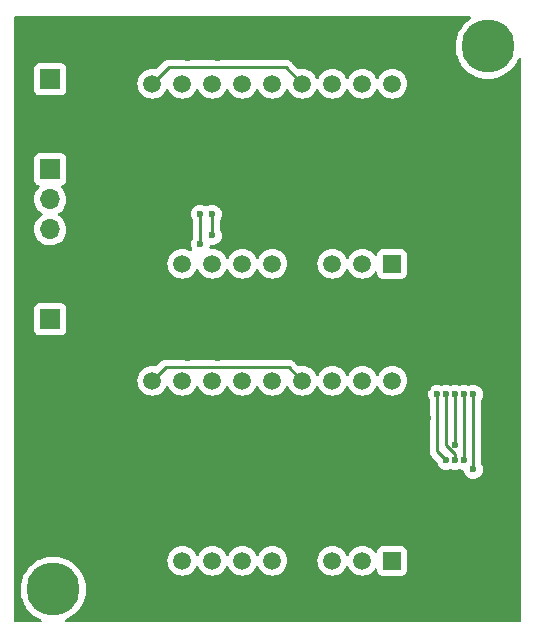
<source format=gbl>
%TF.GenerationSoftware,KiCad,Pcbnew,(6.0.9)*%
%TF.CreationDate,2022-12-10T14:47:00+01:00*%
%TF.ProjectId,Hygrometer_SMD_doubleSided,48796772-6f6d-4657-9465-725f534d445f,rev?*%
%TF.SameCoordinates,Original*%
%TF.FileFunction,Copper,L2,Bot*%
%TF.FilePolarity,Positive*%
%FSLAX46Y46*%
G04 Gerber Fmt 4.6, Leading zero omitted, Abs format (unit mm)*
G04 Created by KiCad (PCBNEW (6.0.9)) date 2022-12-10 14:47:00*
%MOMM*%
%LPD*%
G01*
G04 APERTURE LIST*
%TA.AperFunction,ComponentPad*%
%ADD10R,1.700000X1.700000*%
%TD*%
%TA.AperFunction,ComponentPad*%
%ADD11O,1.700000X1.700000*%
%TD*%
%TA.AperFunction,ComponentPad*%
%ADD12R,1.500000X1.500000*%
%TD*%
%TA.AperFunction,ComponentPad*%
%ADD13C,1.500000*%
%TD*%
%TA.AperFunction,ViaPad*%
%ADD14C,4.500001*%
%TD*%
%TA.AperFunction,ViaPad*%
%ADD15C,0.600000*%
%TD*%
%TA.AperFunction,Conductor*%
%ADD16C,0.254000*%
%TD*%
G04 APERTURE END LIST*
D10*
%TO.P,J1,1,Pin_1*%
%TO.N,VCC*%
X48114000Y-33478000D03*
D11*
%TO.P,J1,2,Pin_2*%
%TO.N,GND*%
X48114000Y-36018000D03*
%TD*%
D10*
%TO.P,SW1,1,1*%
%TO.N,Net-(SW1-Pad1)*%
X48114000Y-53793000D03*
D11*
%TO.P,SW1,2,2*%
%TO.N,GND*%
X48114000Y-56333000D03*
%TD*%
D10*
%TO.P,J6,1,Pin_1*%
%TO.N,VCC*%
X48114000Y-41098000D03*
D11*
%TO.P,J6,2,Pin_2*%
%TO.N,Net-(J6-Pad2)*%
X48114000Y-43638000D03*
%TO.P,J6,3,Pin_3*%
%TO.N,unconnected-(J6-Pad3)*%
X48114000Y-46178000D03*
%TO.P,J6,4,Pin_4*%
%TO.N,GND*%
X48114000Y-48718000D03*
%TD*%
D12*
%TO.P,U4,1,1E*%
%TO.N,E_tmp*%
X77070000Y-74245000D03*
D13*
%TO.P,U4,2,1D*%
%TO.N,D_tmp*%
X74530000Y-74245000D03*
%TO.P,U4,3,1C*%
%TO.N,C_tmp*%
X71990000Y-74245000D03*
%TO.P,U4,4,1DP*%
%TO.N,GND*%
X69450000Y-74245000D03*
%TO.P,U4,5,2E*%
%TO.N,E_tmp*%
X66910000Y-74245000D03*
%TO.P,U4,6,2D*%
%TO.N,D_tmp*%
X64370000Y-74245000D03*
%TO.P,U4,7,2G*%
%TO.N,G_tmp*%
X61830000Y-74245000D03*
%TO.P,U4,8,2C*%
%TO.N,C_tmp*%
X59290000Y-74245000D03*
%TO.P,U4,9,2DP*%
%TO.N,GND*%
X56750000Y-74245000D03*
%TO.P,U4,10,2B*%
%TO.N,B_tmp*%
X56750000Y-59005000D03*
%TO.P,U4,11,2A*%
%TO.N,A_tmp*%
X59290000Y-59005000D03*
%TO.P,U4,12,2F*%
%TO.N,F_tmp*%
X61830000Y-59005000D03*
%TO.P,U4,13,2CC*%
%TO.N,ONES*%
X64370000Y-59005000D03*
%TO.P,U4,14,1CC*%
%TO.N,TENS*%
X66910000Y-59005000D03*
%TO.P,U4,15,1B*%
%TO.N,B_tmp*%
X69450000Y-59005000D03*
%TO.P,U4,16,1A*%
%TO.N,A_tmp*%
X71990000Y-59005000D03*
%TO.P,U4,17,1G*%
%TO.N,G_tmp*%
X74530000Y-59005000D03*
%TO.P,U4,18,1F*%
%TO.N,F_tmp*%
X77070000Y-59005000D03*
%TD*%
D12*
%TO.P,U5,1,1E*%
%TO.N,E_hum*%
X77070000Y-49099000D03*
D13*
%TO.P,U5,2,1D*%
%TO.N,D_hum*%
X74530000Y-49099000D03*
%TO.P,U5,3,1C*%
%TO.N,C_hum*%
X71990000Y-49099000D03*
%TO.P,U5,4,1DP*%
%TO.N,GND*%
X69450000Y-49099000D03*
%TO.P,U5,5,2E*%
%TO.N,E_hum*%
X66910000Y-49099000D03*
%TO.P,U5,6,2D*%
%TO.N,D_hum*%
X64370000Y-49099000D03*
%TO.P,U5,7,2G*%
%TO.N,G_hum*%
X61830000Y-49099000D03*
%TO.P,U5,8,2C*%
%TO.N,C_hum*%
X59290000Y-49099000D03*
%TO.P,U5,9,2DP*%
%TO.N,GND*%
X56750000Y-49099000D03*
%TO.P,U5,10,2B*%
%TO.N,B_hum*%
X56750000Y-33859000D03*
%TO.P,U5,11,2A*%
%TO.N,A_hum*%
X59290000Y-33859000D03*
%TO.P,U5,12,2F*%
%TO.N,F_hum*%
X61830000Y-33859000D03*
%TO.P,U5,13,2CC*%
%TO.N,ONES*%
X64370000Y-33859000D03*
%TO.P,U5,14,1CC*%
%TO.N,TENS*%
X66910000Y-33859000D03*
%TO.P,U5,15,1B*%
%TO.N,B_hum*%
X69450000Y-33859000D03*
%TO.P,U5,16,1A*%
%TO.N,A_hum*%
X71990000Y-33859000D03*
%TO.P,U5,17,1G*%
%TO.N,G_hum*%
X74530000Y-33859000D03*
%TO.P,U5,18,1F*%
%TO.N,F_hum*%
X77070000Y-33859000D03*
%TD*%
D14*
%TO.N,*%
X48368000Y-76658000D03*
X85198000Y-30684000D03*
D15*
%TO.N,GND*%
X62338000Y-62180000D03*
X52178000Y-69800000D03*
X85198000Y-34240000D03*
X49638000Y-39320000D03*
X49638000Y-36780000D03*
X47098000Y-36780000D03*
X82658000Y-29160000D03*
X52178000Y-39320000D03*
X54718000Y-34240000D03*
X69958000Y-29160000D03*
X62338000Y-57100000D03*
X49638000Y-59640000D03*
X59798000Y-52020000D03*
X69958000Y-54560000D03*
X52178000Y-46940000D03*
X54718000Y-36780000D03*
X77578000Y-29160000D03*
X80118000Y-34240000D03*
X80118000Y-52020000D03*
X67418000Y-29160000D03*
X83928000Y-67768000D03*
X57258000Y-29160000D03*
X82658000Y-77420000D03*
X47098000Y-31700000D03*
X62338000Y-29160000D03*
X54718000Y-44400000D03*
X69958000Y-52020000D03*
X62338000Y-31700000D03*
X80118000Y-57100000D03*
X67418000Y-54560000D03*
X57258000Y-41860000D03*
X62338000Y-36780000D03*
X49638000Y-67260000D03*
X59798000Y-44400000D03*
X67291000Y-36780000D03*
X82658000Y-34240000D03*
X64878000Y-54560000D03*
X49638000Y-31700000D03*
X57258000Y-44400000D03*
X49638000Y-57100000D03*
X52178000Y-72340000D03*
X75038000Y-54560000D03*
X52178000Y-54560000D03*
X62338000Y-64720000D03*
X52178000Y-64720000D03*
X59798000Y-41860000D03*
X47098000Y-39320000D03*
X59798000Y-62180000D03*
X57258000Y-36780000D03*
X67418000Y-52020000D03*
X62338000Y-54560000D03*
X80118000Y-72340000D03*
X80118000Y-49480000D03*
X80118000Y-54560000D03*
X67291000Y-39320000D03*
X64878000Y-41860000D03*
X57258000Y-57100000D03*
X85198000Y-57100000D03*
X54718000Y-29160000D03*
X77578000Y-57100000D03*
X72498000Y-52020000D03*
X52178000Y-29160000D03*
X47098000Y-29160000D03*
X52178000Y-77420000D03*
X59798000Y-54560000D03*
X49638000Y-29160000D03*
X54718000Y-39320000D03*
X85198000Y-77420000D03*
X62338000Y-67260000D03*
X80118000Y-62180000D03*
X80118000Y-29160000D03*
X54718000Y-41860000D03*
X59798000Y-36780000D03*
X85198000Y-74880000D03*
X57258000Y-54560000D03*
X80118000Y-74880000D03*
X49638000Y-72340000D03*
X80118000Y-31700000D03*
X64878000Y-44400000D03*
X62338000Y-69800000D03*
X57258000Y-39320000D03*
X85198000Y-52020000D03*
X52178000Y-57100000D03*
X64878000Y-52020000D03*
X54718000Y-77420000D03*
X54718000Y-31700000D03*
X52178000Y-67260000D03*
X57258000Y-62180000D03*
X67418000Y-69800000D03*
X49638000Y-69800000D03*
X69958000Y-67260000D03*
X85198000Y-49480000D03*
X80118000Y-59640000D03*
X52178000Y-52020000D03*
X59798000Y-29160000D03*
X85198000Y-59640000D03*
X77578000Y-52020000D03*
X67418000Y-67260000D03*
X72498000Y-54560000D03*
X72498000Y-29160000D03*
X83928000Y-42622000D03*
X57258000Y-31700000D03*
X77578000Y-54560000D03*
X82658000Y-36780000D03*
X49638000Y-49480000D03*
X54718000Y-67260000D03*
X49638000Y-44400000D03*
X64878000Y-29160000D03*
X52178000Y-49480000D03*
X59798000Y-31700000D03*
X77578000Y-31700000D03*
X75038000Y-29160000D03*
X85198000Y-54560000D03*
X49638000Y-46940000D03*
X59798000Y-57100000D03*
X80118000Y-36780000D03*
X52178000Y-74880000D03*
X52178000Y-59640000D03*
X59798000Y-39320000D03*
X57258000Y-52020000D03*
X62338000Y-52020000D03*
X75038000Y-52020000D03*
%TO.N,Net-(R9-Pad2)*%
X80880000Y-60148000D03*
X81646185Y-65739367D03*
%TO.N,/SRCLK*%
X83153020Y-65748980D03*
X83166000Y-60148000D03*
%TO.N,/DATA*%
X81642000Y-60148000D03*
X82404000Y-65736000D03*
%TO.N,/RCLK*%
X82404000Y-60148000D03*
X82411788Y-64453020D03*
%TO.N,Net-(U2-Pad9)*%
X83938384Y-60158384D03*
X83928000Y-66498000D03*
%TO.N,TENS*%
X61830000Y-44908000D03*
X61830000Y-46686000D03*
%TO.N,ONES*%
X60814000Y-44908000D03*
X60814000Y-47448000D03*
%TD*%
D16*
%TO.N,Net-(R9-Pad2)*%
X80880000Y-63450000D02*
X80880000Y-64973182D01*
X80880000Y-64973182D02*
X81646185Y-65739367D01*
X80880000Y-60148000D02*
X80880000Y-63450000D01*
%TO.N,/SRCLK*%
X83166000Y-65736000D02*
X83166000Y-60148000D01*
X83153020Y-65748980D02*
X83166000Y-65736000D01*
%TO.N,/DATA*%
X81642000Y-64466000D02*
X81642000Y-60148000D01*
X82404000Y-65736000D02*
X82404000Y-65228000D01*
X82404000Y-65228000D02*
X81642000Y-64466000D01*
%TO.N,/RCLK*%
X82411788Y-64453020D02*
X82404000Y-64445232D01*
X82404000Y-64445232D02*
X82404000Y-60148000D01*
%TO.N,Net-(U2-Pad9)*%
X83928000Y-60168768D02*
X83928000Y-66498000D01*
X83938384Y-60158384D02*
X83928000Y-60168768D01*
%TO.N,B_hum*%
X68053000Y-32462000D02*
X69450000Y-33859000D01*
X56750000Y-33859000D02*
X58147000Y-32462000D01*
X58147000Y-32462000D02*
X68053000Y-32462000D01*
%TO.N,B_tmp*%
X57893000Y-57862000D02*
X68307000Y-57862000D01*
X56750000Y-59005000D02*
X57893000Y-57862000D01*
X68307000Y-57862000D02*
X69450000Y-59005000D01*
%TO.N,TENS*%
X61830000Y-44908000D02*
X61830000Y-46686000D01*
%TO.N,ONES*%
X60814000Y-44908000D02*
X60814000Y-47448000D01*
%TD*%
%TA.AperFunction,Conductor*%
%TO.N,GND*%
G36*
X83681206Y-28164502D02*
G01*
X83727699Y-28218158D01*
X83737803Y-28288432D01*
X83708309Y-28353012D01*
X83677508Y-28378785D01*
X83644659Y-28398328D01*
X83381316Y-28601496D01*
X83144288Y-28834829D01*
X82937009Y-29094949D01*
X82762481Y-29378086D01*
X82623232Y-29680140D01*
X82622073Y-29683740D01*
X82622070Y-29683747D01*
X82522442Y-29993126D01*
X82521280Y-29996735D01*
X82458100Y-30323285D01*
X82434610Y-30655061D01*
X82451147Y-30987255D01*
X82507474Y-31315057D01*
X82602774Y-31633718D01*
X82604287Y-31637189D01*
X82604289Y-31637195D01*
X82687020Y-31827010D01*
X82735666Y-31938622D01*
X82737589Y-31941893D01*
X82737591Y-31941897D01*
X82768843Y-31995058D01*
X82904226Y-32225352D01*
X82906527Y-32228367D01*
X83103712Y-32486742D01*
X83103717Y-32486748D01*
X83106012Y-32489755D01*
X83338102Y-32728002D01*
X83597132Y-32936640D01*
X83879352Y-33112648D01*
X84180672Y-33253476D01*
X84496729Y-33357085D01*
X84822944Y-33421973D01*
X84826716Y-33422260D01*
X84826724Y-33422261D01*
X85150815Y-33446914D01*
X85150820Y-33446914D01*
X85154592Y-33447201D01*
X85486869Y-33432403D01*
X85519787Y-33426924D01*
X85811220Y-33378417D01*
X85811225Y-33378416D01*
X85814961Y-33377794D01*
X86134116Y-33284164D01*
X86137583Y-33282674D01*
X86137587Y-33282673D01*
X86436228Y-33154366D01*
X86436230Y-33154365D01*
X86439712Y-33152869D01*
X86727321Y-32985813D01*
X86730343Y-32983532D01*
X86730347Y-32983529D01*
X86989753Y-32787697D01*
X86989754Y-32787696D01*
X86992777Y-32785414D01*
X87232235Y-32554575D01*
X87442227Y-32296641D01*
X87619710Y-32015347D01*
X87744910Y-31751081D01*
X87792149Y-31698086D01*
X87860544Y-31679042D01*
X87928377Y-31699999D01*
X87974112Y-31754302D01*
X87984775Y-31804991D01*
X87999305Y-79325461D01*
X87979324Y-79393588D01*
X87925682Y-79440098D01*
X87873305Y-79451500D01*
X49466582Y-79451500D01*
X49398461Y-79431498D01*
X49351968Y-79377842D01*
X49341864Y-79307568D01*
X49371358Y-79242988D01*
X49416844Y-79209732D01*
X49606228Y-79128366D01*
X49606230Y-79128365D01*
X49609712Y-79126869D01*
X49897321Y-78959813D01*
X49900343Y-78957532D01*
X49900347Y-78957529D01*
X50159753Y-78761697D01*
X50159754Y-78761696D01*
X50162777Y-78759414D01*
X50402235Y-78528575D01*
X50612227Y-78270641D01*
X50789710Y-77989347D01*
X50932114Y-77688767D01*
X51037377Y-77373257D01*
X51103972Y-77047386D01*
X51130936Y-76715875D01*
X51131542Y-76658000D01*
X51130026Y-76632853D01*
X51111755Y-76329772D01*
X51111754Y-76329765D01*
X51111527Y-76325997D01*
X51051770Y-75998803D01*
X50953139Y-75681157D01*
X50817061Y-75377662D01*
X50715429Y-75208852D01*
X50647466Y-75095966D01*
X50647462Y-75095960D01*
X50645507Y-75092713D01*
X50643180Y-75089729D01*
X50643175Y-75089722D01*
X50443294Y-74833425D01*
X50443288Y-74833418D01*
X50440963Y-74830437D01*
X50206392Y-74594634D01*
X49945191Y-74388720D01*
X49709277Y-74245000D01*
X58026693Y-74245000D01*
X58045885Y-74464371D01*
X58102880Y-74677076D01*
X58105205Y-74682061D01*
X58193618Y-74871666D01*
X58193621Y-74871671D01*
X58195944Y-74876653D01*
X58199100Y-74881160D01*
X58199101Y-74881162D01*
X58310123Y-75039717D01*
X58322251Y-75057038D01*
X58477962Y-75212749D01*
X58658346Y-75339056D01*
X58857924Y-75432120D01*
X59070629Y-75489115D01*
X59290000Y-75508307D01*
X59509371Y-75489115D01*
X59722076Y-75432120D01*
X59921654Y-75339056D01*
X60102038Y-75212749D01*
X60257749Y-75057038D01*
X60269878Y-75039717D01*
X60380899Y-74881162D01*
X60380900Y-74881160D01*
X60384056Y-74876653D01*
X60386379Y-74871671D01*
X60386382Y-74871666D01*
X60445805Y-74744231D01*
X60492722Y-74690946D01*
X60560999Y-74671485D01*
X60628959Y-74692027D01*
X60674195Y-74744231D01*
X60733618Y-74871666D01*
X60733621Y-74871671D01*
X60735944Y-74876653D01*
X60739100Y-74881160D01*
X60739101Y-74881162D01*
X60850123Y-75039717D01*
X60862251Y-75057038D01*
X61017962Y-75212749D01*
X61198346Y-75339056D01*
X61397924Y-75432120D01*
X61610629Y-75489115D01*
X61830000Y-75508307D01*
X62049371Y-75489115D01*
X62262076Y-75432120D01*
X62461654Y-75339056D01*
X62642038Y-75212749D01*
X62797749Y-75057038D01*
X62809878Y-75039717D01*
X62920899Y-74881162D01*
X62920900Y-74881160D01*
X62924056Y-74876653D01*
X62926379Y-74871671D01*
X62926382Y-74871666D01*
X62985805Y-74744231D01*
X63032722Y-74690946D01*
X63100999Y-74671485D01*
X63168959Y-74692027D01*
X63214195Y-74744231D01*
X63273618Y-74871666D01*
X63273621Y-74871671D01*
X63275944Y-74876653D01*
X63279100Y-74881160D01*
X63279101Y-74881162D01*
X63390123Y-75039717D01*
X63402251Y-75057038D01*
X63557962Y-75212749D01*
X63738346Y-75339056D01*
X63937924Y-75432120D01*
X64150629Y-75489115D01*
X64370000Y-75508307D01*
X64589371Y-75489115D01*
X64802076Y-75432120D01*
X65001654Y-75339056D01*
X65182038Y-75212749D01*
X65337749Y-75057038D01*
X65349878Y-75039717D01*
X65460899Y-74881162D01*
X65460900Y-74881160D01*
X65464056Y-74876653D01*
X65466379Y-74871671D01*
X65466382Y-74871666D01*
X65525805Y-74744231D01*
X65572722Y-74690946D01*
X65640999Y-74671485D01*
X65708959Y-74692027D01*
X65754195Y-74744231D01*
X65813618Y-74871666D01*
X65813621Y-74871671D01*
X65815944Y-74876653D01*
X65819100Y-74881160D01*
X65819101Y-74881162D01*
X65930123Y-75039717D01*
X65942251Y-75057038D01*
X66097962Y-75212749D01*
X66278346Y-75339056D01*
X66477924Y-75432120D01*
X66690629Y-75489115D01*
X66910000Y-75508307D01*
X67129371Y-75489115D01*
X67342076Y-75432120D01*
X67541654Y-75339056D01*
X67722038Y-75212749D01*
X67877749Y-75057038D01*
X67889878Y-75039717D01*
X68000899Y-74881162D01*
X68000900Y-74881160D01*
X68004056Y-74876653D01*
X68006379Y-74871671D01*
X68006382Y-74871666D01*
X68094795Y-74682061D01*
X68097120Y-74677076D01*
X68154115Y-74464371D01*
X68173307Y-74245000D01*
X70726693Y-74245000D01*
X70745885Y-74464371D01*
X70802880Y-74677076D01*
X70805205Y-74682061D01*
X70893618Y-74871666D01*
X70893621Y-74871671D01*
X70895944Y-74876653D01*
X70899100Y-74881160D01*
X70899101Y-74881162D01*
X71010123Y-75039717D01*
X71022251Y-75057038D01*
X71177962Y-75212749D01*
X71358346Y-75339056D01*
X71557924Y-75432120D01*
X71770629Y-75489115D01*
X71990000Y-75508307D01*
X72209371Y-75489115D01*
X72422076Y-75432120D01*
X72621654Y-75339056D01*
X72802038Y-75212749D01*
X72957749Y-75057038D01*
X72969878Y-75039717D01*
X73080899Y-74881162D01*
X73080900Y-74881160D01*
X73084056Y-74876653D01*
X73086379Y-74871671D01*
X73086382Y-74871666D01*
X73145805Y-74744231D01*
X73192722Y-74690946D01*
X73260999Y-74671485D01*
X73328959Y-74692027D01*
X73374195Y-74744231D01*
X73433618Y-74871666D01*
X73433621Y-74871671D01*
X73435944Y-74876653D01*
X73439100Y-74881160D01*
X73439101Y-74881162D01*
X73550123Y-75039717D01*
X73562251Y-75057038D01*
X73717962Y-75212749D01*
X73898346Y-75339056D01*
X74097924Y-75432120D01*
X74310629Y-75489115D01*
X74530000Y-75508307D01*
X74749371Y-75489115D01*
X74962076Y-75432120D01*
X75161654Y-75339056D01*
X75342038Y-75212749D01*
X75497749Y-75057038D01*
X75509878Y-75039717D01*
X75582287Y-74936305D01*
X75637744Y-74891977D01*
X75708363Y-74884668D01*
X75771724Y-74916699D01*
X75807709Y-74977900D01*
X75811500Y-75008576D01*
X75811500Y-75043134D01*
X75818255Y-75105316D01*
X75869385Y-75241705D01*
X75956739Y-75358261D01*
X76073295Y-75445615D01*
X76209684Y-75496745D01*
X76271866Y-75503500D01*
X77868134Y-75503500D01*
X77930316Y-75496745D01*
X78066705Y-75445615D01*
X78183261Y-75358261D01*
X78270615Y-75241705D01*
X78321745Y-75105316D01*
X78328500Y-75043134D01*
X78328500Y-73446866D01*
X78321745Y-73384684D01*
X78270615Y-73248295D01*
X78183261Y-73131739D01*
X78066705Y-73044385D01*
X77930316Y-72993255D01*
X77868134Y-72986500D01*
X76271866Y-72986500D01*
X76209684Y-72993255D01*
X76073295Y-73044385D01*
X75956739Y-73131739D01*
X75869385Y-73248295D01*
X75818255Y-73384684D01*
X75811500Y-73446866D01*
X75811500Y-73481424D01*
X75791498Y-73549545D01*
X75737842Y-73596038D01*
X75667568Y-73606142D01*
X75602988Y-73576648D01*
X75582287Y-73553695D01*
X75500908Y-73437473D01*
X75500906Y-73437470D01*
X75497749Y-73432962D01*
X75342038Y-73277251D01*
X75161654Y-73150944D01*
X74962076Y-73057880D01*
X74749371Y-73000885D01*
X74530000Y-72981693D01*
X74310629Y-73000885D01*
X74097924Y-73057880D01*
X74004562Y-73101415D01*
X73903334Y-73148618D01*
X73903329Y-73148621D01*
X73898347Y-73150944D01*
X73893840Y-73154100D01*
X73893838Y-73154101D01*
X73722473Y-73274092D01*
X73722470Y-73274094D01*
X73717962Y-73277251D01*
X73562251Y-73432962D01*
X73559094Y-73437470D01*
X73559092Y-73437473D01*
X73477713Y-73553695D01*
X73435944Y-73613347D01*
X73433621Y-73618329D01*
X73433618Y-73618334D01*
X73374195Y-73745769D01*
X73327278Y-73799054D01*
X73259001Y-73818515D01*
X73191041Y-73797973D01*
X73145805Y-73745769D01*
X73086382Y-73618334D01*
X73086379Y-73618329D01*
X73084056Y-73613347D01*
X73042287Y-73553695D01*
X72960908Y-73437473D01*
X72960906Y-73437470D01*
X72957749Y-73432962D01*
X72802038Y-73277251D01*
X72621654Y-73150944D01*
X72422076Y-73057880D01*
X72209371Y-73000885D01*
X71990000Y-72981693D01*
X71770629Y-73000885D01*
X71557924Y-73057880D01*
X71464562Y-73101415D01*
X71363334Y-73148618D01*
X71363329Y-73148621D01*
X71358347Y-73150944D01*
X71353840Y-73154100D01*
X71353838Y-73154101D01*
X71182473Y-73274092D01*
X71182470Y-73274094D01*
X71177962Y-73277251D01*
X71022251Y-73432962D01*
X71019094Y-73437470D01*
X71019092Y-73437473D01*
X70937713Y-73553695D01*
X70895944Y-73613347D01*
X70893621Y-73618329D01*
X70893618Y-73618334D01*
X70846415Y-73719562D01*
X70802880Y-73812924D01*
X70745885Y-74025629D01*
X70726693Y-74245000D01*
X68173307Y-74245000D01*
X68154115Y-74025629D01*
X68097120Y-73812924D01*
X68053585Y-73719562D01*
X68006382Y-73618334D01*
X68006379Y-73618329D01*
X68004056Y-73613347D01*
X67962287Y-73553695D01*
X67880908Y-73437473D01*
X67880906Y-73437470D01*
X67877749Y-73432962D01*
X67722038Y-73277251D01*
X67541654Y-73150944D01*
X67342076Y-73057880D01*
X67129371Y-73000885D01*
X66910000Y-72981693D01*
X66690629Y-73000885D01*
X66477924Y-73057880D01*
X66384562Y-73101415D01*
X66283334Y-73148618D01*
X66283329Y-73148621D01*
X66278347Y-73150944D01*
X66273840Y-73154100D01*
X66273838Y-73154101D01*
X66102473Y-73274092D01*
X66102470Y-73274094D01*
X66097962Y-73277251D01*
X65942251Y-73432962D01*
X65939094Y-73437470D01*
X65939092Y-73437473D01*
X65857713Y-73553695D01*
X65815944Y-73613347D01*
X65813621Y-73618329D01*
X65813618Y-73618334D01*
X65754195Y-73745769D01*
X65707278Y-73799054D01*
X65639001Y-73818515D01*
X65571041Y-73797973D01*
X65525805Y-73745769D01*
X65466382Y-73618334D01*
X65466379Y-73618329D01*
X65464056Y-73613347D01*
X65422287Y-73553695D01*
X65340908Y-73437473D01*
X65340906Y-73437470D01*
X65337749Y-73432962D01*
X65182038Y-73277251D01*
X65001654Y-73150944D01*
X64802076Y-73057880D01*
X64589371Y-73000885D01*
X64370000Y-72981693D01*
X64150629Y-73000885D01*
X63937924Y-73057880D01*
X63844562Y-73101415D01*
X63743334Y-73148618D01*
X63743329Y-73148621D01*
X63738347Y-73150944D01*
X63733840Y-73154100D01*
X63733838Y-73154101D01*
X63562473Y-73274092D01*
X63562470Y-73274094D01*
X63557962Y-73277251D01*
X63402251Y-73432962D01*
X63399094Y-73437470D01*
X63399092Y-73437473D01*
X63317713Y-73553695D01*
X63275944Y-73613347D01*
X63273621Y-73618329D01*
X63273618Y-73618334D01*
X63214195Y-73745769D01*
X63167278Y-73799054D01*
X63099001Y-73818515D01*
X63031041Y-73797973D01*
X62985805Y-73745769D01*
X62926382Y-73618334D01*
X62926379Y-73618329D01*
X62924056Y-73613347D01*
X62882287Y-73553695D01*
X62800908Y-73437473D01*
X62800906Y-73437470D01*
X62797749Y-73432962D01*
X62642038Y-73277251D01*
X62461654Y-73150944D01*
X62262076Y-73057880D01*
X62049371Y-73000885D01*
X61830000Y-72981693D01*
X61610629Y-73000885D01*
X61397924Y-73057880D01*
X61304562Y-73101415D01*
X61203334Y-73148618D01*
X61203329Y-73148621D01*
X61198347Y-73150944D01*
X61193840Y-73154100D01*
X61193838Y-73154101D01*
X61022473Y-73274092D01*
X61022470Y-73274094D01*
X61017962Y-73277251D01*
X60862251Y-73432962D01*
X60859094Y-73437470D01*
X60859092Y-73437473D01*
X60777713Y-73553695D01*
X60735944Y-73613347D01*
X60733621Y-73618329D01*
X60733618Y-73618334D01*
X60674195Y-73745769D01*
X60627278Y-73799054D01*
X60559001Y-73818515D01*
X60491041Y-73797973D01*
X60445805Y-73745769D01*
X60386382Y-73618334D01*
X60386379Y-73618329D01*
X60384056Y-73613347D01*
X60342287Y-73553695D01*
X60260908Y-73437473D01*
X60260906Y-73437470D01*
X60257749Y-73432962D01*
X60102038Y-73277251D01*
X59921654Y-73150944D01*
X59722076Y-73057880D01*
X59509371Y-73000885D01*
X59290000Y-72981693D01*
X59070629Y-73000885D01*
X58857924Y-73057880D01*
X58764562Y-73101415D01*
X58663334Y-73148618D01*
X58663329Y-73148621D01*
X58658347Y-73150944D01*
X58653840Y-73154100D01*
X58653838Y-73154101D01*
X58482473Y-73274092D01*
X58482470Y-73274094D01*
X58477962Y-73277251D01*
X58322251Y-73432962D01*
X58319094Y-73437470D01*
X58319092Y-73437473D01*
X58237713Y-73553695D01*
X58195944Y-73613347D01*
X58193621Y-73618329D01*
X58193618Y-73618334D01*
X58146415Y-73719562D01*
X58102880Y-73812924D01*
X58045885Y-74025629D01*
X58026693Y-74245000D01*
X49709277Y-74245000D01*
X49661144Y-74215677D01*
X49540046Y-74160617D01*
X49361817Y-74079580D01*
X49361809Y-74079577D01*
X49358365Y-74078011D01*
X49041240Y-73977718D01*
X48818896Y-73935906D01*
X48718087Y-73916949D01*
X48718085Y-73916949D01*
X48714364Y-73916249D01*
X48382470Y-73894496D01*
X48378690Y-73894704D01*
X48378689Y-73894704D01*
X48280918Y-73900085D01*
X48050366Y-73912773D01*
X48046639Y-73913434D01*
X48046635Y-73913434D01*
X47787510Y-73959358D01*
X47722864Y-73970815D01*
X47719239Y-73971920D01*
X47719234Y-73971921D01*
X47525044Y-74031106D01*
X47404707Y-74067782D01*
X47401243Y-74069313D01*
X47401236Y-74069316D01*
X47214051Y-74152070D01*
X47100503Y-74202269D01*
X47097249Y-74204205D01*
X47097243Y-74204208D01*
X46817918Y-74370389D01*
X46814659Y-74372328D01*
X46551316Y-74575496D01*
X46548617Y-74578152D01*
X46548618Y-74578152D01*
X46453523Y-74671765D01*
X46314288Y-74808829D01*
X46107009Y-75068949D01*
X45932481Y-75352086D01*
X45793232Y-75654140D01*
X45792073Y-75657740D01*
X45792070Y-75657747D01*
X45783368Y-75684771D01*
X45691280Y-75970735D01*
X45628100Y-76297285D01*
X45627833Y-76301061D01*
X45627832Y-76301066D01*
X45626067Y-76325997D01*
X45604610Y-76629061D01*
X45621147Y-76961255D01*
X45621788Y-76964986D01*
X45621789Y-76964994D01*
X45636586Y-77051103D01*
X45677474Y-77289057D01*
X45772774Y-77607718D01*
X45774287Y-77611189D01*
X45774289Y-77611195D01*
X45865458Y-77820370D01*
X45905666Y-77912622D01*
X46074226Y-78199352D01*
X46076527Y-78202367D01*
X46273712Y-78460742D01*
X46273717Y-78460748D01*
X46276012Y-78463755D01*
X46508102Y-78702002D01*
X46767132Y-78910640D01*
X47049352Y-79086648D01*
X47052800Y-79088260D01*
X47052801Y-79088260D01*
X47316172Y-79211352D01*
X47369417Y-79258315D01*
X47388818Y-79326609D01*
X47368217Y-79394551D01*
X47314154Y-79440570D01*
X47262823Y-79451500D01*
X45192500Y-79451500D01*
X45124379Y-79431498D01*
X45077886Y-79377842D01*
X45066500Y-79325500D01*
X45066500Y-59005000D01*
X55486693Y-59005000D01*
X55505885Y-59224371D01*
X55562880Y-59437076D01*
X55565205Y-59442061D01*
X55653618Y-59631666D01*
X55653621Y-59631671D01*
X55655944Y-59636653D01*
X55659100Y-59641160D01*
X55659101Y-59641162D01*
X55775105Y-59806832D01*
X55782251Y-59817038D01*
X55937962Y-59972749D01*
X56118346Y-60099056D01*
X56317924Y-60192120D01*
X56530629Y-60249115D01*
X56750000Y-60268307D01*
X56969371Y-60249115D01*
X57182076Y-60192120D01*
X57381654Y-60099056D01*
X57562038Y-59972749D01*
X57717749Y-59817038D01*
X57724896Y-59806832D01*
X57840899Y-59641162D01*
X57840900Y-59641160D01*
X57844056Y-59636653D01*
X57846379Y-59631671D01*
X57846382Y-59631666D01*
X57905805Y-59504231D01*
X57952722Y-59450946D01*
X58020999Y-59431485D01*
X58088959Y-59452027D01*
X58134195Y-59504231D01*
X58193618Y-59631666D01*
X58193621Y-59631671D01*
X58195944Y-59636653D01*
X58199100Y-59641160D01*
X58199101Y-59641162D01*
X58315105Y-59806832D01*
X58322251Y-59817038D01*
X58477962Y-59972749D01*
X58658346Y-60099056D01*
X58857924Y-60192120D01*
X59070629Y-60249115D01*
X59290000Y-60268307D01*
X59509371Y-60249115D01*
X59722076Y-60192120D01*
X59921654Y-60099056D01*
X60102038Y-59972749D01*
X60257749Y-59817038D01*
X60264896Y-59806832D01*
X60380899Y-59641162D01*
X60380900Y-59641160D01*
X60384056Y-59636653D01*
X60386379Y-59631671D01*
X60386382Y-59631666D01*
X60445805Y-59504231D01*
X60492722Y-59450946D01*
X60560999Y-59431485D01*
X60628959Y-59452027D01*
X60674195Y-59504231D01*
X60733618Y-59631666D01*
X60733621Y-59631671D01*
X60735944Y-59636653D01*
X60739100Y-59641160D01*
X60739101Y-59641162D01*
X60855105Y-59806832D01*
X60862251Y-59817038D01*
X61017962Y-59972749D01*
X61198346Y-60099056D01*
X61397924Y-60192120D01*
X61610629Y-60249115D01*
X61830000Y-60268307D01*
X62049371Y-60249115D01*
X62262076Y-60192120D01*
X62461654Y-60099056D01*
X62642038Y-59972749D01*
X62797749Y-59817038D01*
X62804896Y-59806832D01*
X62920899Y-59641162D01*
X62920900Y-59641160D01*
X62924056Y-59636653D01*
X62926379Y-59631671D01*
X62926382Y-59631666D01*
X62985805Y-59504231D01*
X63032722Y-59450946D01*
X63100999Y-59431485D01*
X63168959Y-59452027D01*
X63214195Y-59504231D01*
X63273618Y-59631666D01*
X63273621Y-59631671D01*
X63275944Y-59636653D01*
X63279100Y-59641160D01*
X63279101Y-59641162D01*
X63395105Y-59806832D01*
X63402251Y-59817038D01*
X63557962Y-59972749D01*
X63738346Y-60099056D01*
X63937924Y-60192120D01*
X64150629Y-60249115D01*
X64370000Y-60268307D01*
X64589371Y-60249115D01*
X64802076Y-60192120D01*
X65001654Y-60099056D01*
X65182038Y-59972749D01*
X65337749Y-59817038D01*
X65344896Y-59806832D01*
X65460899Y-59641162D01*
X65460900Y-59641160D01*
X65464056Y-59636653D01*
X65466379Y-59631671D01*
X65466382Y-59631666D01*
X65525805Y-59504231D01*
X65572722Y-59450946D01*
X65640999Y-59431485D01*
X65708959Y-59452027D01*
X65754195Y-59504231D01*
X65813618Y-59631666D01*
X65813621Y-59631671D01*
X65815944Y-59636653D01*
X65819100Y-59641160D01*
X65819101Y-59641162D01*
X65935105Y-59806832D01*
X65942251Y-59817038D01*
X66097962Y-59972749D01*
X66278346Y-60099056D01*
X66477924Y-60192120D01*
X66690629Y-60249115D01*
X66910000Y-60268307D01*
X67129371Y-60249115D01*
X67342076Y-60192120D01*
X67541654Y-60099056D01*
X67722038Y-59972749D01*
X67877749Y-59817038D01*
X67884896Y-59806832D01*
X68000899Y-59641162D01*
X68000900Y-59641160D01*
X68004056Y-59636653D01*
X68006379Y-59631671D01*
X68006382Y-59631666D01*
X68065805Y-59504231D01*
X68112722Y-59450946D01*
X68180999Y-59431485D01*
X68248959Y-59452027D01*
X68294195Y-59504231D01*
X68353618Y-59631666D01*
X68353621Y-59631671D01*
X68355944Y-59636653D01*
X68359100Y-59641160D01*
X68359101Y-59641162D01*
X68475105Y-59806832D01*
X68482251Y-59817038D01*
X68637962Y-59972749D01*
X68818346Y-60099056D01*
X69017924Y-60192120D01*
X69230629Y-60249115D01*
X69450000Y-60268307D01*
X69669371Y-60249115D01*
X69882076Y-60192120D01*
X70081654Y-60099056D01*
X70262038Y-59972749D01*
X70417749Y-59817038D01*
X70424896Y-59806832D01*
X70540899Y-59641162D01*
X70540900Y-59641160D01*
X70544056Y-59636653D01*
X70546379Y-59631671D01*
X70546382Y-59631666D01*
X70605805Y-59504231D01*
X70652722Y-59450946D01*
X70720999Y-59431485D01*
X70788959Y-59452027D01*
X70834195Y-59504231D01*
X70893618Y-59631666D01*
X70893621Y-59631671D01*
X70895944Y-59636653D01*
X70899100Y-59641160D01*
X70899101Y-59641162D01*
X71015105Y-59806832D01*
X71022251Y-59817038D01*
X71177962Y-59972749D01*
X71358346Y-60099056D01*
X71557924Y-60192120D01*
X71770629Y-60249115D01*
X71990000Y-60268307D01*
X72209371Y-60249115D01*
X72422076Y-60192120D01*
X72621654Y-60099056D01*
X72802038Y-59972749D01*
X72957749Y-59817038D01*
X72964896Y-59806832D01*
X73080899Y-59641162D01*
X73080900Y-59641160D01*
X73084056Y-59636653D01*
X73086379Y-59631671D01*
X73086382Y-59631666D01*
X73145805Y-59504231D01*
X73192722Y-59450946D01*
X73260999Y-59431485D01*
X73328959Y-59452027D01*
X73374195Y-59504231D01*
X73433618Y-59631666D01*
X73433621Y-59631671D01*
X73435944Y-59636653D01*
X73439100Y-59641160D01*
X73439101Y-59641162D01*
X73555105Y-59806832D01*
X73562251Y-59817038D01*
X73717962Y-59972749D01*
X73898346Y-60099056D01*
X74097924Y-60192120D01*
X74310629Y-60249115D01*
X74530000Y-60268307D01*
X74749371Y-60249115D01*
X74962076Y-60192120D01*
X75161654Y-60099056D01*
X75342038Y-59972749D01*
X75497749Y-59817038D01*
X75504896Y-59806832D01*
X75620899Y-59641162D01*
X75620900Y-59641160D01*
X75624056Y-59636653D01*
X75626379Y-59631671D01*
X75626382Y-59631666D01*
X75685805Y-59504231D01*
X75732722Y-59450946D01*
X75800999Y-59431485D01*
X75868959Y-59452027D01*
X75914195Y-59504231D01*
X75973618Y-59631666D01*
X75973621Y-59631671D01*
X75975944Y-59636653D01*
X75979100Y-59641160D01*
X75979101Y-59641162D01*
X76095105Y-59806832D01*
X76102251Y-59817038D01*
X76257962Y-59972749D01*
X76438346Y-60099056D01*
X76637924Y-60192120D01*
X76850629Y-60249115D01*
X77070000Y-60268307D01*
X77289371Y-60249115D01*
X77502076Y-60192120D01*
X77621054Y-60136640D01*
X80066463Y-60136640D01*
X80084163Y-60317160D01*
X80141418Y-60489273D01*
X80145065Y-60495295D01*
X80145066Y-60495297D01*
X80226276Y-60629391D01*
X80244500Y-60694662D01*
X80244500Y-64894162D01*
X80243970Y-64905396D01*
X80242292Y-64912901D01*
X80242541Y-64920820D01*
X80244438Y-64981194D01*
X80244500Y-64985151D01*
X80244500Y-65013165D01*
X80244996Y-65017090D01*
X80244996Y-65017091D01*
X80245008Y-65017186D01*
X80245941Y-65029031D01*
X80247335Y-65073387D01*
X80249547Y-65080999D01*
X80253013Y-65092930D01*
X80257023Y-65112294D01*
X80259573Y-65132481D01*
X80262489Y-65139845D01*
X80262490Y-65139850D01*
X80275907Y-65173738D01*
X80279752Y-65184967D01*
X80292131Y-65227575D01*
X80296169Y-65234402D01*
X80296170Y-65234405D01*
X80302488Y-65245088D01*
X80311188Y-65262846D01*
X80315761Y-65274397D01*
X80315765Y-65274403D01*
X80318681Y-65281770D01*
X80323339Y-65288181D01*
X80323340Y-65288183D01*
X80344764Y-65317670D01*
X80351281Y-65327592D01*
X80369826Y-65358950D01*
X80369829Y-65358954D01*
X80373866Y-65365780D01*
X80388250Y-65380164D01*
X80401091Y-65395198D01*
X80413058Y-65411669D01*
X80419166Y-65416722D01*
X80447255Y-65439959D01*
X80456035Y-65447949D01*
X80811242Y-65803156D01*
X80845268Y-65865468D01*
X80847545Y-65879953D01*
X80849659Y-65901510D01*
X80849661Y-65901518D01*
X80850348Y-65908527D01*
X80907603Y-66080640D01*
X80911250Y-66086662D01*
X80911251Y-66086664D01*
X80951490Y-66153106D01*
X81001565Y-66235791D01*
X81127567Y-66366269D01*
X81279344Y-66465589D01*
X81285948Y-66468045D01*
X81285950Y-66468046D01*
X81442743Y-66526357D01*
X81442745Y-66526357D01*
X81449353Y-66528815D01*
X81533180Y-66540000D01*
X81622165Y-66551874D01*
X81622169Y-66551874D01*
X81629146Y-66552805D01*
X81636157Y-66552167D01*
X81636161Y-66552167D01*
X81787117Y-66538428D01*
X81809785Y-66536365D01*
X81816487Y-66534187D01*
X81816489Y-66534187D01*
X81915667Y-66501962D01*
X81982293Y-66480314D01*
X81983020Y-66479881D01*
X82050895Y-66470301D01*
X82076552Y-66476872D01*
X82207168Y-66525448D01*
X82290995Y-66536633D01*
X82379980Y-66548507D01*
X82379984Y-66548507D01*
X82386961Y-66549438D01*
X82393972Y-66548800D01*
X82393976Y-66548800D01*
X82536459Y-66535832D01*
X82567600Y-66532998D01*
X82574300Y-66530821D01*
X82574305Y-66530820D01*
X82725471Y-66481703D01*
X82796439Y-66479676D01*
X82808313Y-66483433D01*
X82956188Y-66538428D01*
X82963171Y-66539360D01*
X82963172Y-66539360D01*
X83022717Y-66547305D01*
X83087594Y-66576141D01*
X83126582Y-66635474D01*
X83131450Y-66659897D01*
X83131474Y-66660143D01*
X83131476Y-66660151D01*
X83132163Y-66667160D01*
X83134387Y-66673845D01*
X83134387Y-66673846D01*
X83160626Y-66752721D01*
X83189418Y-66839273D01*
X83193065Y-66845295D01*
X83193066Y-66845297D01*
X83203978Y-66863314D01*
X83283380Y-66994424D01*
X83409382Y-67124902D01*
X83561159Y-67224222D01*
X83567763Y-67226678D01*
X83567765Y-67226679D01*
X83724558Y-67284990D01*
X83724560Y-67284990D01*
X83731168Y-67287448D01*
X83814995Y-67298633D01*
X83903980Y-67310507D01*
X83903984Y-67310507D01*
X83910961Y-67311438D01*
X83917972Y-67310800D01*
X83917976Y-67310800D01*
X84060459Y-67297832D01*
X84091600Y-67294998D01*
X84098302Y-67292820D01*
X84098304Y-67292820D01*
X84257409Y-67241124D01*
X84257412Y-67241123D01*
X84264108Y-67238947D01*
X84419912Y-67146069D01*
X84551266Y-67020982D01*
X84651643Y-66869902D01*
X84716055Y-66700338D01*
X84735706Y-66560513D01*
X84740748Y-66524639D01*
X84740748Y-66524636D01*
X84741299Y-66520717D01*
X84741616Y-66498000D01*
X84721397Y-66317745D01*
X84661745Y-66146448D01*
X84582646Y-66019862D01*
X84563500Y-65953093D01*
X84563500Y-60716623D01*
X84584552Y-60646896D01*
X84658126Y-60536157D01*
X84662027Y-60530286D01*
X84726439Y-60360722D01*
X84739427Y-60268307D01*
X84751132Y-60185023D01*
X84751132Y-60185020D01*
X84751683Y-60181101D01*
X84752000Y-60158384D01*
X84731781Y-59978129D01*
X84729464Y-59971475D01*
X84674448Y-59813490D01*
X84674446Y-59813487D01*
X84672129Y-59806832D01*
X84576010Y-59653008D01*
X84571048Y-59648011D01*
X84453162Y-59529299D01*
X84453158Y-59529296D01*
X84448199Y-59524302D01*
X84295050Y-59427111D01*
X84246300Y-59409752D01*
X84130809Y-59368627D01*
X84130804Y-59368626D01*
X84124174Y-59366265D01*
X84117186Y-59365432D01*
X84117183Y-59365431D01*
X83994082Y-59350752D01*
X83944064Y-59344788D01*
X83937061Y-59345524D01*
X83937060Y-59345524D01*
X83770672Y-59363012D01*
X83770670Y-59363013D01*
X83763672Y-59363748D01*
X83605869Y-59417468D01*
X83534938Y-59420486D01*
X83522887Y-59416107D01*
X83522666Y-59416727D01*
X83358425Y-59358243D01*
X83358420Y-59358242D01*
X83351790Y-59355881D01*
X83344802Y-59355048D01*
X83344799Y-59355047D01*
X83221698Y-59340368D01*
X83171680Y-59334404D01*
X83164677Y-59335140D01*
X83164676Y-59335140D01*
X82998288Y-59352628D01*
X82998286Y-59352629D01*
X82991288Y-59353364D01*
X82823947Y-59410331D01*
X82753016Y-59413349D01*
X82741088Y-59409756D01*
X82618952Y-59366265D01*
X82596424Y-59358243D01*
X82596422Y-59358243D01*
X82589790Y-59355881D01*
X82582802Y-59355048D01*
X82582799Y-59355047D01*
X82459698Y-59340368D01*
X82409680Y-59334404D01*
X82402677Y-59335140D01*
X82402676Y-59335140D01*
X82236288Y-59352628D01*
X82236286Y-59352629D01*
X82229288Y-59353364D01*
X82061947Y-59410331D01*
X81991016Y-59413349D01*
X81979088Y-59409756D01*
X81856952Y-59366265D01*
X81834424Y-59358243D01*
X81834422Y-59358243D01*
X81827790Y-59355881D01*
X81820802Y-59355048D01*
X81820799Y-59355047D01*
X81697698Y-59340368D01*
X81647680Y-59334404D01*
X81640677Y-59335140D01*
X81640676Y-59335140D01*
X81474288Y-59352628D01*
X81474286Y-59352629D01*
X81467288Y-59353364D01*
X81299947Y-59410331D01*
X81229016Y-59413349D01*
X81217088Y-59409756D01*
X81094952Y-59366265D01*
X81072424Y-59358243D01*
X81072422Y-59358243D01*
X81065790Y-59355881D01*
X81058802Y-59355048D01*
X81058799Y-59355047D01*
X80935698Y-59340368D01*
X80885680Y-59334404D01*
X80878677Y-59335140D01*
X80878676Y-59335140D01*
X80712288Y-59352628D01*
X80712286Y-59352629D01*
X80705288Y-59353364D01*
X80533579Y-59411818D01*
X80512565Y-59424746D01*
X80385095Y-59503166D01*
X80385092Y-59503168D01*
X80379088Y-59506862D01*
X80374053Y-59511793D01*
X80374050Y-59511795D01*
X80356176Y-59529299D01*
X80249493Y-59633771D01*
X80151235Y-59786238D01*
X80148826Y-59792858D01*
X80148824Y-59792861D01*
X80138606Y-59820935D01*
X80089197Y-59956685D01*
X80066463Y-60136640D01*
X77621054Y-60136640D01*
X77701654Y-60099056D01*
X77882038Y-59972749D01*
X78037749Y-59817038D01*
X78044896Y-59806832D01*
X78160899Y-59641162D01*
X78160900Y-59641160D01*
X78164056Y-59636653D01*
X78166379Y-59631671D01*
X78166382Y-59631666D01*
X78254795Y-59442061D01*
X78257120Y-59437076D01*
X78314115Y-59224371D01*
X78333307Y-59005000D01*
X78314115Y-58785629D01*
X78257120Y-58572924D01*
X78213585Y-58479562D01*
X78166382Y-58378334D01*
X78166379Y-58378329D01*
X78164056Y-58373347D01*
X78037749Y-58192962D01*
X77882038Y-58037251D01*
X77701654Y-57910944D01*
X77502076Y-57817880D01*
X77289371Y-57760885D01*
X77070000Y-57741693D01*
X76850629Y-57760885D01*
X76637924Y-57817880D01*
X76544562Y-57861415D01*
X76443334Y-57908618D01*
X76443329Y-57908621D01*
X76438347Y-57910944D01*
X76433840Y-57914100D01*
X76433838Y-57914101D01*
X76262473Y-58034092D01*
X76262470Y-58034094D01*
X76257962Y-58037251D01*
X76102251Y-58192962D01*
X75975944Y-58373347D01*
X75973621Y-58378329D01*
X75973618Y-58378334D01*
X75914195Y-58505769D01*
X75867278Y-58559054D01*
X75799001Y-58578515D01*
X75731041Y-58557973D01*
X75685805Y-58505769D01*
X75626382Y-58378334D01*
X75626379Y-58378329D01*
X75624056Y-58373347D01*
X75497749Y-58192962D01*
X75342038Y-58037251D01*
X75161654Y-57910944D01*
X74962076Y-57817880D01*
X74749371Y-57760885D01*
X74530000Y-57741693D01*
X74310629Y-57760885D01*
X74097924Y-57817880D01*
X74004562Y-57861415D01*
X73903334Y-57908618D01*
X73903329Y-57908621D01*
X73898347Y-57910944D01*
X73893840Y-57914100D01*
X73893838Y-57914101D01*
X73722473Y-58034092D01*
X73722470Y-58034094D01*
X73717962Y-58037251D01*
X73562251Y-58192962D01*
X73435944Y-58373347D01*
X73433621Y-58378329D01*
X73433618Y-58378334D01*
X73374195Y-58505769D01*
X73327278Y-58559054D01*
X73259001Y-58578515D01*
X73191041Y-58557973D01*
X73145805Y-58505769D01*
X73086382Y-58378334D01*
X73086379Y-58378329D01*
X73084056Y-58373347D01*
X72957749Y-58192962D01*
X72802038Y-58037251D01*
X72621654Y-57910944D01*
X72422076Y-57817880D01*
X72209371Y-57760885D01*
X71990000Y-57741693D01*
X71770629Y-57760885D01*
X71557924Y-57817880D01*
X71464562Y-57861415D01*
X71363334Y-57908618D01*
X71363329Y-57908621D01*
X71358347Y-57910944D01*
X71353840Y-57914100D01*
X71353838Y-57914101D01*
X71182473Y-58034092D01*
X71182470Y-58034094D01*
X71177962Y-58037251D01*
X71022251Y-58192962D01*
X70895944Y-58373347D01*
X70893621Y-58378329D01*
X70893618Y-58378334D01*
X70834195Y-58505769D01*
X70787278Y-58559054D01*
X70719001Y-58578515D01*
X70651041Y-58557973D01*
X70605805Y-58505769D01*
X70546382Y-58378334D01*
X70546379Y-58378329D01*
X70544056Y-58373347D01*
X70417749Y-58192962D01*
X70262038Y-58037251D01*
X70081654Y-57910944D01*
X69882076Y-57817880D01*
X69669371Y-57760885D01*
X69450000Y-57741693D01*
X69230629Y-57760885D01*
X69201512Y-57768687D01*
X69130537Y-57766997D01*
X69079807Y-57736075D01*
X68812245Y-57468512D01*
X68804675Y-57460193D01*
X68800553Y-57453697D01*
X68750734Y-57406914D01*
X68747893Y-57404160D01*
X68728094Y-57384361D01*
X68724969Y-57381937D01*
X68724960Y-57381929D01*
X68724874Y-57381863D01*
X68715849Y-57374155D01*
X68689285Y-57349210D01*
X68683506Y-57343783D01*
X68665669Y-57333977D01*
X68649153Y-57323127D01*
X68633067Y-57310650D01*
X68592334Y-57293024D01*
X68581686Y-57287807D01*
X68556809Y-57274131D01*
X68542803Y-57266431D01*
X68535128Y-57264460D01*
X68535122Y-57264458D01*
X68523089Y-57261369D01*
X68504387Y-57254966D01*
X68485708Y-57246883D01*
X68445913Y-57240580D01*
X68441873Y-57239940D01*
X68430260Y-57237535D01*
X68387282Y-57226500D01*
X68366935Y-57226500D01*
X68347224Y-57224949D01*
X68334950Y-57223005D01*
X68327121Y-57221765D01*
X68319229Y-57222511D01*
X68282944Y-57225941D01*
X68271086Y-57226500D01*
X57972020Y-57226500D01*
X57960786Y-57225970D01*
X57953281Y-57224292D01*
X57885571Y-57226420D01*
X57884988Y-57226438D01*
X57881031Y-57226500D01*
X57853017Y-57226500D01*
X57849092Y-57226996D01*
X57849091Y-57226996D01*
X57848996Y-57227008D01*
X57837151Y-57227941D01*
X57807330Y-57228878D01*
X57800718Y-57229086D01*
X57800717Y-57229086D01*
X57792795Y-57229335D01*
X57773252Y-57235013D01*
X57753888Y-57239023D01*
X57741560Y-57240580D01*
X57741558Y-57240580D01*
X57733701Y-57241573D01*
X57726337Y-57244489D01*
X57726332Y-57244490D01*
X57692444Y-57257907D01*
X57681215Y-57261752D01*
X57665111Y-57266431D01*
X57638607Y-57274131D01*
X57631780Y-57278169D01*
X57631777Y-57278170D01*
X57621094Y-57284488D01*
X57603336Y-57293188D01*
X57591785Y-57297761D01*
X57591779Y-57297765D01*
X57584412Y-57300681D01*
X57578001Y-57305339D01*
X57577999Y-57305340D01*
X57548512Y-57326764D01*
X57538590Y-57333281D01*
X57507232Y-57351826D01*
X57507228Y-57351829D01*
X57500402Y-57355866D01*
X57486018Y-57370250D01*
X57470984Y-57383091D01*
X57454513Y-57395058D01*
X57449460Y-57401166D01*
X57426223Y-57429255D01*
X57418233Y-57438035D01*
X57120193Y-57736075D01*
X57057881Y-57770101D01*
X56998488Y-57768687D01*
X56974685Y-57762309D01*
X56974686Y-57762309D01*
X56969371Y-57760885D01*
X56750000Y-57741693D01*
X56530629Y-57760885D01*
X56317924Y-57817880D01*
X56224562Y-57861415D01*
X56123334Y-57908618D01*
X56123329Y-57908621D01*
X56118347Y-57910944D01*
X56113840Y-57914100D01*
X56113838Y-57914101D01*
X55942473Y-58034092D01*
X55942470Y-58034094D01*
X55937962Y-58037251D01*
X55782251Y-58192962D01*
X55655944Y-58373347D01*
X55653621Y-58378329D01*
X55653618Y-58378334D01*
X55606415Y-58479562D01*
X55562880Y-58572924D01*
X55505885Y-58785629D01*
X55486693Y-59005000D01*
X45066500Y-59005000D01*
X45066500Y-54691134D01*
X46755500Y-54691134D01*
X46762255Y-54753316D01*
X46813385Y-54889705D01*
X46900739Y-55006261D01*
X47017295Y-55093615D01*
X47153684Y-55144745D01*
X47215866Y-55151500D01*
X49012134Y-55151500D01*
X49074316Y-55144745D01*
X49210705Y-55093615D01*
X49327261Y-55006261D01*
X49414615Y-54889705D01*
X49465745Y-54753316D01*
X49472500Y-54691134D01*
X49472500Y-52894866D01*
X49465745Y-52832684D01*
X49414615Y-52696295D01*
X49327261Y-52579739D01*
X49210705Y-52492385D01*
X49074316Y-52441255D01*
X49012134Y-52434500D01*
X47215866Y-52434500D01*
X47153684Y-52441255D01*
X47017295Y-52492385D01*
X46900739Y-52579739D01*
X46813385Y-52696295D01*
X46762255Y-52832684D01*
X46755500Y-52894866D01*
X46755500Y-54691134D01*
X45066500Y-54691134D01*
X45066500Y-49099000D01*
X58026693Y-49099000D01*
X58045885Y-49318371D01*
X58102880Y-49531076D01*
X58105205Y-49536061D01*
X58193618Y-49725666D01*
X58193621Y-49725671D01*
X58195944Y-49730653D01*
X58199100Y-49735160D01*
X58199101Y-49735162D01*
X58310123Y-49893717D01*
X58322251Y-49911038D01*
X58477962Y-50066749D01*
X58658346Y-50193056D01*
X58857924Y-50286120D01*
X59070629Y-50343115D01*
X59290000Y-50362307D01*
X59509371Y-50343115D01*
X59722076Y-50286120D01*
X59921654Y-50193056D01*
X60102038Y-50066749D01*
X60257749Y-49911038D01*
X60269878Y-49893717D01*
X60380899Y-49735162D01*
X60380900Y-49735160D01*
X60384056Y-49730653D01*
X60386379Y-49725671D01*
X60386382Y-49725666D01*
X60445805Y-49598231D01*
X60492722Y-49544946D01*
X60560999Y-49525485D01*
X60628959Y-49546027D01*
X60674195Y-49598231D01*
X60733618Y-49725666D01*
X60733621Y-49725671D01*
X60735944Y-49730653D01*
X60739100Y-49735160D01*
X60739101Y-49735162D01*
X60850123Y-49893717D01*
X60862251Y-49911038D01*
X61017962Y-50066749D01*
X61198346Y-50193056D01*
X61397924Y-50286120D01*
X61610629Y-50343115D01*
X61830000Y-50362307D01*
X62049371Y-50343115D01*
X62262076Y-50286120D01*
X62461654Y-50193056D01*
X62642038Y-50066749D01*
X62797749Y-49911038D01*
X62809878Y-49893717D01*
X62920899Y-49735162D01*
X62920900Y-49735160D01*
X62924056Y-49730653D01*
X62926379Y-49725671D01*
X62926382Y-49725666D01*
X62985805Y-49598231D01*
X63032722Y-49544946D01*
X63100999Y-49525485D01*
X63168959Y-49546027D01*
X63214195Y-49598231D01*
X63273618Y-49725666D01*
X63273621Y-49725671D01*
X63275944Y-49730653D01*
X63279100Y-49735160D01*
X63279101Y-49735162D01*
X63390123Y-49893717D01*
X63402251Y-49911038D01*
X63557962Y-50066749D01*
X63738346Y-50193056D01*
X63937924Y-50286120D01*
X64150629Y-50343115D01*
X64370000Y-50362307D01*
X64589371Y-50343115D01*
X64802076Y-50286120D01*
X65001654Y-50193056D01*
X65182038Y-50066749D01*
X65337749Y-49911038D01*
X65349878Y-49893717D01*
X65460899Y-49735162D01*
X65460900Y-49735160D01*
X65464056Y-49730653D01*
X65466379Y-49725671D01*
X65466382Y-49725666D01*
X65525805Y-49598231D01*
X65572722Y-49544946D01*
X65640999Y-49525485D01*
X65708959Y-49546027D01*
X65754195Y-49598231D01*
X65813618Y-49725666D01*
X65813621Y-49725671D01*
X65815944Y-49730653D01*
X65819100Y-49735160D01*
X65819101Y-49735162D01*
X65930123Y-49893717D01*
X65942251Y-49911038D01*
X66097962Y-50066749D01*
X66278346Y-50193056D01*
X66477924Y-50286120D01*
X66690629Y-50343115D01*
X66910000Y-50362307D01*
X67129371Y-50343115D01*
X67342076Y-50286120D01*
X67541654Y-50193056D01*
X67722038Y-50066749D01*
X67877749Y-49911038D01*
X67889878Y-49893717D01*
X68000899Y-49735162D01*
X68000900Y-49735160D01*
X68004056Y-49730653D01*
X68006379Y-49725671D01*
X68006382Y-49725666D01*
X68094795Y-49536061D01*
X68097120Y-49531076D01*
X68154115Y-49318371D01*
X68173307Y-49099000D01*
X70726693Y-49099000D01*
X70745885Y-49318371D01*
X70802880Y-49531076D01*
X70805205Y-49536061D01*
X70893618Y-49725666D01*
X70893621Y-49725671D01*
X70895944Y-49730653D01*
X70899100Y-49735160D01*
X70899101Y-49735162D01*
X71010123Y-49893717D01*
X71022251Y-49911038D01*
X71177962Y-50066749D01*
X71358346Y-50193056D01*
X71557924Y-50286120D01*
X71770629Y-50343115D01*
X71990000Y-50362307D01*
X72209371Y-50343115D01*
X72422076Y-50286120D01*
X72621654Y-50193056D01*
X72802038Y-50066749D01*
X72957749Y-49911038D01*
X72969878Y-49893717D01*
X73080899Y-49735162D01*
X73080900Y-49735160D01*
X73084056Y-49730653D01*
X73086379Y-49725671D01*
X73086382Y-49725666D01*
X73145805Y-49598231D01*
X73192722Y-49544946D01*
X73260999Y-49525485D01*
X73328959Y-49546027D01*
X73374195Y-49598231D01*
X73433618Y-49725666D01*
X73433621Y-49725671D01*
X73435944Y-49730653D01*
X73439100Y-49735160D01*
X73439101Y-49735162D01*
X73550123Y-49893717D01*
X73562251Y-49911038D01*
X73717962Y-50066749D01*
X73898346Y-50193056D01*
X74097924Y-50286120D01*
X74310629Y-50343115D01*
X74530000Y-50362307D01*
X74749371Y-50343115D01*
X74962076Y-50286120D01*
X75161654Y-50193056D01*
X75342038Y-50066749D01*
X75497749Y-49911038D01*
X75509878Y-49893717D01*
X75582287Y-49790305D01*
X75637744Y-49745977D01*
X75708363Y-49738668D01*
X75771724Y-49770699D01*
X75807709Y-49831900D01*
X75811500Y-49862576D01*
X75811500Y-49897134D01*
X75818255Y-49959316D01*
X75869385Y-50095705D01*
X75956739Y-50212261D01*
X76073295Y-50299615D01*
X76209684Y-50350745D01*
X76271866Y-50357500D01*
X77868134Y-50357500D01*
X77930316Y-50350745D01*
X78066705Y-50299615D01*
X78183261Y-50212261D01*
X78270615Y-50095705D01*
X78321745Y-49959316D01*
X78328500Y-49897134D01*
X78328500Y-48300866D01*
X78321745Y-48238684D01*
X78270615Y-48102295D01*
X78183261Y-47985739D01*
X78066705Y-47898385D01*
X77930316Y-47847255D01*
X77868134Y-47840500D01*
X76271866Y-47840500D01*
X76209684Y-47847255D01*
X76073295Y-47898385D01*
X75956739Y-47985739D01*
X75869385Y-48102295D01*
X75818255Y-48238684D01*
X75811500Y-48300866D01*
X75811500Y-48335424D01*
X75791498Y-48403545D01*
X75737842Y-48450038D01*
X75667568Y-48460142D01*
X75602988Y-48430648D01*
X75582287Y-48407695D01*
X75500908Y-48291473D01*
X75500906Y-48291470D01*
X75497749Y-48286962D01*
X75342038Y-48131251D01*
X75161654Y-48004944D01*
X74962076Y-47911880D01*
X74749371Y-47854885D01*
X74530000Y-47835693D01*
X74310629Y-47854885D01*
X74097924Y-47911880D01*
X74028133Y-47944424D01*
X73903334Y-48002618D01*
X73903329Y-48002621D01*
X73898347Y-48004944D01*
X73893840Y-48008100D01*
X73893838Y-48008101D01*
X73722473Y-48128092D01*
X73722470Y-48128094D01*
X73717962Y-48131251D01*
X73562251Y-48286962D01*
X73559094Y-48291470D01*
X73559092Y-48291473D01*
X73439101Y-48462838D01*
X73439100Y-48462840D01*
X73435944Y-48467347D01*
X73433621Y-48472329D01*
X73433618Y-48472334D01*
X73374195Y-48599769D01*
X73327278Y-48653054D01*
X73259001Y-48672515D01*
X73191041Y-48651973D01*
X73145805Y-48599769D01*
X73086382Y-48472334D01*
X73086379Y-48472329D01*
X73084056Y-48467347D01*
X73080900Y-48462840D01*
X73080899Y-48462838D01*
X72960908Y-48291473D01*
X72960906Y-48291470D01*
X72957749Y-48286962D01*
X72802038Y-48131251D01*
X72621654Y-48004944D01*
X72422076Y-47911880D01*
X72209371Y-47854885D01*
X71990000Y-47835693D01*
X71770629Y-47854885D01*
X71557924Y-47911880D01*
X71488133Y-47944424D01*
X71363334Y-48002618D01*
X71363329Y-48002621D01*
X71358347Y-48004944D01*
X71353840Y-48008100D01*
X71353838Y-48008101D01*
X71182473Y-48128092D01*
X71182470Y-48128094D01*
X71177962Y-48131251D01*
X71022251Y-48286962D01*
X71019094Y-48291470D01*
X71019092Y-48291473D01*
X70899101Y-48462838D01*
X70899100Y-48462840D01*
X70895944Y-48467347D01*
X70893621Y-48472329D01*
X70893618Y-48472334D01*
X70846415Y-48573562D01*
X70802880Y-48666924D01*
X70745885Y-48879629D01*
X70726693Y-49099000D01*
X68173307Y-49099000D01*
X68154115Y-48879629D01*
X68097120Y-48666924D01*
X68053585Y-48573562D01*
X68006382Y-48472334D01*
X68006379Y-48472329D01*
X68004056Y-48467347D01*
X68000900Y-48462840D01*
X68000899Y-48462838D01*
X67880908Y-48291473D01*
X67880906Y-48291470D01*
X67877749Y-48286962D01*
X67722038Y-48131251D01*
X67541654Y-48004944D01*
X67342076Y-47911880D01*
X67129371Y-47854885D01*
X66910000Y-47835693D01*
X66690629Y-47854885D01*
X66477924Y-47911880D01*
X66408133Y-47944424D01*
X66283334Y-48002618D01*
X66283329Y-48002621D01*
X66278347Y-48004944D01*
X66273840Y-48008100D01*
X66273838Y-48008101D01*
X66102473Y-48128092D01*
X66102470Y-48128094D01*
X66097962Y-48131251D01*
X65942251Y-48286962D01*
X65939094Y-48291470D01*
X65939092Y-48291473D01*
X65819101Y-48462838D01*
X65819100Y-48462840D01*
X65815944Y-48467347D01*
X65813621Y-48472329D01*
X65813618Y-48472334D01*
X65754195Y-48599769D01*
X65707278Y-48653054D01*
X65639001Y-48672515D01*
X65571041Y-48651973D01*
X65525805Y-48599769D01*
X65466382Y-48472334D01*
X65466379Y-48472329D01*
X65464056Y-48467347D01*
X65460900Y-48462840D01*
X65460899Y-48462838D01*
X65340908Y-48291473D01*
X65340906Y-48291470D01*
X65337749Y-48286962D01*
X65182038Y-48131251D01*
X65001654Y-48004944D01*
X64802076Y-47911880D01*
X64589371Y-47854885D01*
X64370000Y-47835693D01*
X64150629Y-47854885D01*
X63937924Y-47911880D01*
X63868133Y-47944424D01*
X63743334Y-48002618D01*
X63743329Y-48002621D01*
X63738347Y-48004944D01*
X63733840Y-48008100D01*
X63733838Y-48008101D01*
X63562473Y-48128092D01*
X63562470Y-48128094D01*
X63557962Y-48131251D01*
X63402251Y-48286962D01*
X63399094Y-48291470D01*
X63399092Y-48291473D01*
X63279101Y-48462838D01*
X63279100Y-48462840D01*
X63275944Y-48467347D01*
X63273621Y-48472329D01*
X63273618Y-48472334D01*
X63214195Y-48599769D01*
X63167278Y-48653054D01*
X63099001Y-48672515D01*
X63031041Y-48651973D01*
X62985805Y-48599769D01*
X62926382Y-48472334D01*
X62926379Y-48472329D01*
X62924056Y-48467347D01*
X62920900Y-48462840D01*
X62920899Y-48462838D01*
X62800908Y-48291473D01*
X62800906Y-48291470D01*
X62797749Y-48286962D01*
X62642038Y-48131251D01*
X62461654Y-48004944D01*
X62262076Y-47911880D01*
X62049371Y-47854885D01*
X61830000Y-47835693D01*
X61721484Y-47845187D01*
X61651881Y-47831198D01*
X61600889Y-47781799D01*
X61584698Y-47712673D01*
X61592717Y-47674921D01*
X61599553Y-47656925D01*
X61599553Y-47656923D01*
X61602055Y-47650338D01*
X61609341Y-47598497D01*
X61638630Y-47533823D01*
X61698234Y-47495251D01*
X61750779Y-47491141D01*
X61761245Y-47492538D01*
X61805980Y-47498507D01*
X61805984Y-47498507D01*
X61812961Y-47499438D01*
X61819972Y-47498800D01*
X61819976Y-47498800D01*
X61962459Y-47485832D01*
X61993600Y-47482998D01*
X62000302Y-47480820D01*
X62000304Y-47480820D01*
X62159409Y-47429124D01*
X62159412Y-47429123D01*
X62166108Y-47426947D01*
X62321912Y-47334069D01*
X62453266Y-47208982D01*
X62553643Y-47057902D01*
X62618055Y-46888338D01*
X62643299Y-46708717D01*
X62643616Y-46686000D01*
X62623397Y-46505745D01*
X62611306Y-46471023D01*
X62566064Y-46341106D01*
X62566062Y-46341103D01*
X62563745Y-46334448D01*
X62484646Y-46207862D01*
X62465500Y-46141093D01*
X62465500Y-45450609D01*
X62486552Y-45380882D01*
X62506660Y-45350617D01*
X62553643Y-45279902D01*
X62598289Y-45162373D01*
X62615555Y-45116920D01*
X62615556Y-45116918D01*
X62618055Y-45110338D01*
X62619035Y-45103366D01*
X62642748Y-44934639D01*
X62642748Y-44934636D01*
X62643299Y-44930717D01*
X62643616Y-44908000D01*
X62623397Y-44727745D01*
X62621080Y-44721091D01*
X62566064Y-44563106D01*
X62566062Y-44563103D01*
X62563745Y-44556448D01*
X62495349Y-44446990D01*
X62471359Y-44408598D01*
X62467626Y-44402624D01*
X62405514Y-44340077D01*
X62344778Y-44278915D01*
X62344774Y-44278912D01*
X62339815Y-44273918D01*
X62328697Y-44266862D01*
X62270288Y-44229795D01*
X62186666Y-44176727D01*
X62157463Y-44166328D01*
X62022425Y-44118243D01*
X62022420Y-44118242D01*
X62015790Y-44115881D01*
X62008802Y-44115048D01*
X62008799Y-44115047D01*
X61885698Y-44100368D01*
X61835680Y-44094404D01*
X61828677Y-44095140D01*
X61828676Y-44095140D01*
X61662288Y-44112628D01*
X61662286Y-44112629D01*
X61655288Y-44113364D01*
X61483579Y-44171818D01*
X61387822Y-44230729D01*
X61319323Y-44249386D01*
X61254288Y-44229795D01*
X61232142Y-44215741D01*
X61170666Y-44176727D01*
X61141463Y-44166328D01*
X61006425Y-44118243D01*
X61006420Y-44118242D01*
X60999790Y-44115881D01*
X60992802Y-44115048D01*
X60992799Y-44115047D01*
X60869698Y-44100368D01*
X60819680Y-44094404D01*
X60812677Y-44095140D01*
X60812676Y-44095140D01*
X60646288Y-44112628D01*
X60646286Y-44112629D01*
X60639288Y-44113364D01*
X60467579Y-44171818D01*
X60461575Y-44175512D01*
X60319095Y-44263166D01*
X60319092Y-44263168D01*
X60313088Y-44266862D01*
X60308053Y-44271793D01*
X60308050Y-44271795D01*
X60188525Y-44388843D01*
X60183493Y-44393771D01*
X60085235Y-44546238D01*
X60082826Y-44552858D01*
X60082824Y-44552861D01*
X60036850Y-44679173D01*
X60023197Y-44716685D01*
X60000463Y-44896640D01*
X60018163Y-45077160D01*
X60075418Y-45249273D01*
X60079065Y-45255295D01*
X60079066Y-45255297D01*
X60160276Y-45389391D01*
X60178500Y-45454662D01*
X60178500Y-46904436D01*
X60158411Y-46972691D01*
X60085235Y-47086238D01*
X60082826Y-47092858D01*
X60082824Y-47092861D01*
X60036850Y-47219173D01*
X60023197Y-47256685D01*
X60000463Y-47436640D01*
X60018163Y-47617160D01*
X60075418Y-47789273D01*
X60079065Y-47795295D01*
X60079066Y-47795297D01*
X60105684Y-47839249D01*
X60123863Y-47907879D01*
X60102052Y-47975443D01*
X60047176Y-48020488D01*
X59976658Y-48028715D01*
X59931364Y-48010088D01*
X59930924Y-48010850D01*
X59926164Y-48008102D01*
X59921654Y-48004944D01*
X59722076Y-47911880D01*
X59509371Y-47854885D01*
X59290000Y-47835693D01*
X59070629Y-47854885D01*
X58857924Y-47911880D01*
X58788133Y-47944424D01*
X58663334Y-48002618D01*
X58663329Y-48002621D01*
X58658347Y-48004944D01*
X58653840Y-48008100D01*
X58653838Y-48008101D01*
X58482473Y-48128092D01*
X58482470Y-48128094D01*
X58477962Y-48131251D01*
X58322251Y-48286962D01*
X58319094Y-48291470D01*
X58319092Y-48291473D01*
X58199101Y-48462838D01*
X58199100Y-48462840D01*
X58195944Y-48467347D01*
X58193621Y-48472329D01*
X58193618Y-48472334D01*
X58146415Y-48573562D01*
X58102880Y-48666924D01*
X58045885Y-48879629D01*
X58026693Y-49099000D01*
X45066500Y-49099000D01*
X45066500Y-46144695D01*
X46751251Y-46144695D01*
X46751548Y-46149848D01*
X46751548Y-46149851D01*
X46757011Y-46244590D01*
X46764110Y-46367715D01*
X46765247Y-46372761D01*
X46765248Y-46372767D01*
X46785119Y-46460939D01*
X46813222Y-46585639D01*
X46897266Y-46792616D01*
X46899965Y-46797020D01*
X47007616Y-46972691D01*
X47013987Y-46983088D01*
X47160250Y-47151938D01*
X47332126Y-47294632D01*
X47525000Y-47407338D01*
X47733692Y-47487030D01*
X47738760Y-47488061D01*
X47738763Y-47488062D01*
X47846017Y-47509883D01*
X47952597Y-47531567D01*
X47957772Y-47531757D01*
X47957774Y-47531757D01*
X48170673Y-47539564D01*
X48170677Y-47539564D01*
X48175837Y-47539753D01*
X48180957Y-47539097D01*
X48180959Y-47539097D01*
X48392288Y-47512025D01*
X48392289Y-47512025D01*
X48397416Y-47511368D01*
X48402366Y-47509883D01*
X48606429Y-47448661D01*
X48606434Y-47448659D01*
X48611384Y-47447174D01*
X48811994Y-47348896D01*
X48993860Y-47219173D01*
X49152096Y-47061489D01*
X49159408Y-47051314D01*
X49279435Y-46884277D01*
X49282453Y-46880077D01*
X49365206Y-46712639D01*
X49379136Y-46684453D01*
X49379137Y-46684451D01*
X49381430Y-46679811D01*
X49432189Y-46512744D01*
X49444865Y-46471023D01*
X49444865Y-46471021D01*
X49446370Y-46466069D01*
X49475529Y-46244590D01*
X49475611Y-46241240D01*
X49477074Y-46181365D01*
X49477074Y-46181361D01*
X49477156Y-46178000D01*
X49458852Y-45955361D01*
X49404431Y-45738702D01*
X49315354Y-45533840D01*
X49194014Y-45346277D01*
X49043670Y-45181051D01*
X49039619Y-45177852D01*
X49039615Y-45177848D01*
X48872414Y-45045800D01*
X48872410Y-45045798D01*
X48868359Y-45042598D01*
X48827053Y-45019796D01*
X48777084Y-44969364D01*
X48762312Y-44899921D01*
X48787428Y-44833516D01*
X48814780Y-44806909D01*
X48858603Y-44775650D01*
X48993860Y-44679173D01*
X49152096Y-44521489D01*
X49211594Y-44438689D01*
X49279435Y-44344277D01*
X49282453Y-44340077D01*
X49315519Y-44273174D01*
X49379136Y-44144453D01*
X49379137Y-44144451D01*
X49381430Y-44139811D01*
X49446370Y-43926069D01*
X49475529Y-43704590D01*
X49477156Y-43638000D01*
X49458852Y-43415361D01*
X49404431Y-43198702D01*
X49315354Y-42993840D01*
X49194014Y-42806277D01*
X49190532Y-42802450D01*
X49046798Y-42644488D01*
X49015746Y-42580642D01*
X49024141Y-42510143D01*
X49069317Y-42455375D01*
X49095761Y-42441706D01*
X49202297Y-42401767D01*
X49210705Y-42398615D01*
X49327261Y-42311261D01*
X49414615Y-42194705D01*
X49465745Y-42058316D01*
X49472500Y-41996134D01*
X49472500Y-40199866D01*
X49465745Y-40137684D01*
X49414615Y-40001295D01*
X49327261Y-39884739D01*
X49210705Y-39797385D01*
X49074316Y-39746255D01*
X49012134Y-39739500D01*
X47215866Y-39739500D01*
X47153684Y-39746255D01*
X47017295Y-39797385D01*
X46900739Y-39884739D01*
X46813385Y-40001295D01*
X46762255Y-40137684D01*
X46755500Y-40199866D01*
X46755500Y-41996134D01*
X46762255Y-42058316D01*
X46813385Y-42194705D01*
X46900739Y-42311261D01*
X47017295Y-42398615D01*
X47025704Y-42401767D01*
X47025705Y-42401768D01*
X47134451Y-42442535D01*
X47191216Y-42485176D01*
X47215916Y-42551738D01*
X47200709Y-42621087D01*
X47181316Y-42647568D01*
X47054629Y-42780138D01*
X46928743Y-42964680D01*
X46834688Y-43167305D01*
X46774989Y-43382570D01*
X46751251Y-43604695D01*
X46751548Y-43609848D01*
X46751548Y-43609851D01*
X46757011Y-43704590D01*
X46764110Y-43827715D01*
X46765247Y-43832761D01*
X46765248Y-43832767D01*
X46785119Y-43920939D01*
X46813222Y-44045639D01*
X46897266Y-44252616D01*
X46899965Y-44257020D01*
X46992852Y-44408598D01*
X47013987Y-44443088D01*
X47160250Y-44611938D01*
X47332126Y-44754632D01*
X47402595Y-44795811D01*
X47405445Y-44797476D01*
X47454169Y-44849114D01*
X47467240Y-44918897D01*
X47440509Y-44984669D01*
X47400055Y-45018027D01*
X47387607Y-45024507D01*
X47383474Y-45027610D01*
X47383471Y-45027612D01*
X47264524Y-45116920D01*
X47208965Y-45158635D01*
X47054629Y-45320138D01*
X47051715Y-45324410D01*
X47051714Y-45324411D01*
X46990691Y-45413868D01*
X46928743Y-45504680D01*
X46834688Y-45707305D01*
X46774989Y-45922570D01*
X46751251Y-46144695D01*
X45066500Y-46144695D01*
X45066500Y-34376134D01*
X46755500Y-34376134D01*
X46762255Y-34438316D01*
X46813385Y-34574705D01*
X46900739Y-34691261D01*
X47017295Y-34778615D01*
X47153684Y-34829745D01*
X47215866Y-34836500D01*
X49012134Y-34836500D01*
X49074316Y-34829745D01*
X49210705Y-34778615D01*
X49327261Y-34691261D01*
X49414615Y-34574705D01*
X49465745Y-34438316D01*
X49472500Y-34376134D01*
X49472500Y-33859000D01*
X55486693Y-33859000D01*
X55505885Y-34078371D01*
X55562880Y-34291076D01*
X55565205Y-34296061D01*
X55653618Y-34485666D01*
X55653621Y-34485671D01*
X55655944Y-34490653D01*
X55659100Y-34495160D01*
X55659101Y-34495162D01*
X55719830Y-34581891D01*
X55782251Y-34671038D01*
X55937962Y-34826749D01*
X55942471Y-34829906D01*
X55942473Y-34829908D01*
X56017241Y-34882261D01*
X56118346Y-34953056D01*
X56317924Y-35046120D01*
X56530629Y-35103115D01*
X56750000Y-35122307D01*
X56969371Y-35103115D01*
X57182076Y-35046120D01*
X57381654Y-34953056D01*
X57482759Y-34882261D01*
X57557527Y-34829908D01*
X57557529Y-34829906D01*
X57562038Y-34826749D01*
X57717749Y-34671038D01*
X57780171Y-34581891D01*
X57840899Y-34495162D01*
X57840900Y-34495160D01*
X57844056Y-34490653D01*
X57846379Y-34485671D01*
X57846382Y-34485666D01*
X57905805Y-34358231D01*
X57952722Y-34304946D01*
X58020999Y-34285485D01*
X58088959Y-34306027D01*
X58134195Y-34358231D01*
X58193618Y-34485666D01*
X58193621Y-34485671D01*
X58195944Y-34490653D01*
X58199100Y-34495160D01*
X58199101Y-34495162D01*
X58259830Y-34581891D01*
X58322251Y-34671038D01*
X58477962Y-34826749D01*
X58482471Y-34829906D01*
X58482473Y-34829908D01*
X58557241Y-34882261D01*
X58658346Y-34953056D01*
X58857924Y-35046120D01*
X59070629Y-35103115D01*
X59290000Y-35122307D01*
X59509371Y-35103115D01*
X59722076Y-35046120D01*
X59921654Y-34953056D01*
X60022759Y-34882261D01*
X60097527Y-34829908D01*
X60097529Y-34829906D01*
X60102038Y-34826749D01*
X60257749Y-34671038D01*
X60320171Y-34581891D01*
X60380899Y-34495162D01*
X60380900Y-34495160D01*
X60384056Y-34490653D01*
X60386379Y-34485671D01*
X60386382Y-34485666D01*
X60445805Y-34358231D01*
X60492722Y-34304946D01*
X60560999Y-34285485D01*
X60628959Y-34306027D01*
X60674195Y-34358231D01*
X60733618Y-34485666D01*
X60733621Y-34485671D01*
X60735944Y-34490653D01*
X60739100Y-34495160D01*
X60739101Y-34495162D01*
X60799830Y-34581891D01*
X60862251Y-34671038D01*
X61017962Y-34826749D01*
X61022471Y-34829906D01*
X61022473Y-34829908D01*
X61097241Y-34882261D01*
X61198346Y-34953056D01*
X61397924Y-35046120D01*
X61610629Y-35103115D01*
X61830000Y-35122307D01*
X62049371Y-35103115D01*
X62262076Y-35046120D01*
X62461654Y-34953056D01*
X62562759Y-34882261D01*
X62637527Y-34829908D01*
X62637529Y-34829906D01*
X62642038Y-34826749D01*
X62797749Y-34671038D01*
X62860171Y-34581891D01*
X62920899Y-34495162D01*
X62920900Y-34495160D01*
X62924056Y-34490653D01*
X62926379Y-34485671D01*
X62926382Y-34485666D01*
X62985805Y-34358231D01*
X63032722Y-34304946D01*
X63100999Y-34285485D01*
X63168959Y-34306027D01*
X63214195Y-34358231D01*
X63273618Y-34485666D01*
X63273621Y-34485671D01*
X63275944Y-34490653D01*
X63279100Y-34495160D01*
X63279101Y-34495162D01*
X63339830Y-34581891D01*
X63402251Y-34671038D01*
X63557962Y-34826749D01*
X63562471Y-34829906D01*
X63562473Y-34829908D01*
X63637241Y-34882261D01*
X63738346Y-34953056D01*
X63937924Y-35046120D01*
X64150629Y-35103115D01*
X64370000Y-35122307D01*
X64589371Y-35103115D01*
X64802076Y-35046120D01*
X65001654Y-34953056D01*
X65102759Y-34882261D01*
X65177527Y-34829908D01*
X65177529Y-34829906D01*
X65182038Y-34826749D01*
X65337749Y-34671038D01*
X65400171Y-34581891D01*
X65460899Y-34495162D01*
X65460900Y-34495160D01*
X65464056Y-34490653D01*
X65466379Y-34485671D01*
X65466382Y-34485666D01*
X65525805Y-34358231D01*
X65572722Y-34304946D01*
X65640999Y-34285485D01*
X65708959Y-34306027D01*
X65754195Y-34358231D01*
X65813618Y-34485666D01*
X65813621Y-34485671D01*
X65815944Y-34490653D01*
X65819100Y-34495160D01*
X65819101Y-34495162D01*
X65879830Y-34581891D01*
X65942251Y-34671038D01*
X66097962Y-34826749D01*
X66102471Y-34829906D01*
X66102473Y-34829908D01*
X66177241Y-34882261D01*
X66278346Y-34953056D01*
X66477924Y-35046120D01*
X66690629Y-35103115D01*
X66910000Y-35122307D01*
X67129371Y-35103115D01*
X67342076Y-35046120D01*
X67541654Y-34953056D01*
X67642759Y-34882261D01*
X67717527Y-34829908D01*
X67717529Y-34829906D01*
X67722038Y-34826749D01*
X67877749Y-34671038D01*
X67940171Y-34581891D01*
X68000899Y-34495162D01*
X68000900Y-34495160D01*
X68004056Y-34490653D01*
X68006379Y-34485671D01*
X68006382Y-34485666D01*
X68065805Y-34358231D01*
X68112722Y-34304946D01*
X68180999Y-34285485D01*
X68248959Y-34306027D01*
X68294195Y-34358231D01*
X68353618Y-34485666D01*
X68353621Y-34485671D01*
X68355944Y-34490653D01*
X68359100Y-34495160D01*
X68359101Y-34495162D01*
X68419830Y-34581891D01*
X68482251Y-34671038D01*
X68637962Y-34826749D01*
X68642471Y-34829906D01*
X68642473Y-34829908D01*
X68717241Y-34882261D01*
X68818346Y-34953056D01*
X69017924Y-35046120D01*
X69230629Y-35103115D01*
X69450000Y-35122307D01*
X69669371Y-35103115D01*
X69882076Y-35046120D01*
X70081654Y-34953056D01*
X70182759Y-34882261D01*
X70257527Y-34829908D01*
X70257529Y-34829906D01*
X70262038Y-34826749D01*
X70417749Y-34671038D01*
X70480171Y-34581891D01*
X70540899Y-34495162D01*
X70540900Y-34495160D01*
X70544056Y-34490653D01*
X70546379Y-34485671D01*
X70546382Y-34485666D01*
X70605805Y-34358231D01*
X70652722Y-34304946D01*
X70720999Y-34285485D01*
X70788959Y-34306027D01*
X70834195Y-34358231D01*
X70893618Y-34485666D01*
X70893621Y-34485671D01*
X70895944Y-34490653D01*
X70899100Y-34495160D01*
X70899101Y-34495162D01*
X70959830Y-34581891D01*
X71022251Y-34671038D01*
X71177962Y-34826749D01*
X71182471Y-34829906D01*
X71182473Y-34829908D01*
X71257241Y-34882261D01*
X71358346Y-34953056D01*
X71557924Y-35046120D01*
X71770629Y-35103115D01*
X71990000Y-35122307D01*
X72209371Y-35103115D01*
X72422076Y-35046120D01*
X72621654Y-34953056D01*
X72722759Y-34882261D01*
X72797527Y-34829908D01*
X72797529Y-34829906D01*
X72802038Y-34826749D01*
X72957749Y-34671038D01*
X73020171Y-34581891D01*
X73080899Y-34495162D01*
X73080900Y-34495160D01*
X73084056Y-34490653D01*
X73086379Y-34485671D01*
X73086382Y-34485666D01*
X73145805Y-34358231D01*
X73192722Y-34304946D01*
X73260999Y-34285485D01*
X73328959Y-34306027D01*
X73374195Y-34358231D01*
X73433618Y-34485666D01*
X73433621Y-34485671D01*
X73435944Y-34490653D01*
X73439100Y-34495160D01*
X73439101Y-34495162D01*
X73499830Y-34581891D01*
X73562251Y-34671038D01*
X73717962Y-34826749D01*
X73722471Y-34829906D01*
X73722473Y-34829908D01*
X73797241Y-34882261D01*
X73898346Y-34953056D01*
X74097924Y-35046120D01*
X74310629Y-35103115D01*
X74530000Y-35122307D01*
X74749371Y-35103115D01*
X74962076Y-35046120D01*
X75161654Y-34953056D01*
X75262759Y-34882261D01*
X75337527Y-34829908D01*
X75337529Y-34829906D01*
X75342038Y-34826749D01*
X75497749Y-34671038D01*
X75560171Y-34581891D01*
X75620899Y-34495162D01*
X75620900Y-34495160D01*
X75624056Y-34490653D01*
X75626379Y-34485671D01*
X75626382Y-34485666D01*
X75685805Y-34358231D01*
X75732722Y-34304946D01*
X75800999Y-34285485D01*
X75868959Y-34306027D01*
X75914195Y-34358231D01*
X75973618Y-34485666D01*
X75973621Y-34485671D01*
X75975944Y-34490653D01*
X75979100Y-34495160D01*
X75979101Y-34495162D01*
X76039830Y-34581891D01*
X76102251Y-34671038D01*
X76257962Y-34826749D01*
X76262471Y-34829906D01*
X76262473Y-34829908D01*
X76337241Y-34882261D01*
X76438346Y-34953056D01*
X76637924Y-35046120D01*
X76850629Y-35103115D01*
X77070000Y-35122307D01*
X77289371Y-35103115D01*
X77502076Y-35046120D01*
X77701654Y-34953056D01*
X77802759Y-34882261D01*
X77877527Y-34829908D01*
X77877529Y-34829906D01*
X77882038Y-34826749D01*
X78037749Y-34671038D01*
X78100171Y-34581891D01*
X78160899Y-34495162D01*
X78160900Y-34495160D01*
X78164056Y-34490653D01*
X78166379Y-34485671D01*
X78166382Y-34485666D01*
X78254795Y-34296061D01*
X78257120Y-34291076D01*
X78314115Y-34078371D01*
X78333307Y-33859000D01*
X78314115Y-33639629D01*
X78257120Y-33426924D01*
X78176792Y-33254659D01*
X78166382Y-33232334D01*
X78166379Y-33232329D01*
X78164056Y-33227347D01*
X78110571Y-33150962D01*
X78040908Y-33051473D01*
X78040906Y-33051470D01*
X78037749Y-33046962D01*
X77882038Y-32891251D01*
X77701654Y-32764944D01*
X77502076Y-32671880D01*
X77289371Y-32614885D01*
X77070000Y-32595693D01*
X76850629Y-32614885D01*
X76637924Y-32671880D01*
X76544562Y-32715415D01*
X76443334Y-32762618D01*
X76443329Y-32762621D01*
X76438347Y-32764944D01*
X76433840Y-32768100D01*
X76433838Y-32768101D01*
X76262473Y-32888092D01*
X76262470Y-32888094D01*
X76257962Y-32891251D01*
X76102251Y-33046962D01*
X76099094Y-33051470D01*
X76099092Y-33051473D01*
X76029429Y-33150962D01*
X75975944Y-33227347D01*
X75973621Y-33232329D01*
X75973618Y-33232334D01*
X75963208Y-33254659D01*
X75915447Y-33357085D01*
X75914195Y-33359769D01*
X75867278Y-33413054D01*
X75799001Y-33432515D01*
X75731041Y-33411973D01*
X75685805Y-33359769D01*
X75684554Y-33357085D01*
X75636792Y-33254659D01*
X75626382Y-33232334D01*
X75626379Y-33232329D01*
X75624056Y-33227347D01*
X75570571Y-33150962D01*
X75500908Y-33051473D01*
X75500906Y-33051470D01*
X75497749Y-33046962D01*
X75342038Y-32891251D01*
X75161654Y-32764944D01*
X74962076Y-32671880D01*
X74749371Y-32614885D01*
X74530000Y-32595693D01*
X74310629Y-32614885D01*
X74097924Y-32671880D01*
X74004562Y-32715415D01*
X73903334Y-32762618D01*
X73903329Y-32762621D01*
X73898347Y-32764944D01*
X73893840Y-32768100D01*
X73893838Y-32768101D01*
X73722473Y-32888092D01*
X73722470Y-32888094D01*
X73717962Y-32891251D01*
X73562251Y-33046962D01*
X73559094Y-33051470D01*
X73559092Y-33051473D01*
X73489429Y-33150962D01*
X73435944Y-33227347D01*
X73433621Y-33232329D01*
X73433618Y-33232334D01*
X73423208Y-33254659D01*
X73375447Y-33357085D01*
X73374195Y-33359769D01*
X73327278Y-33413054D01*
X73259001Y-33432515D01*
X73191041Y-33411973D01*
X73145805Y-33359769D01*
X73144554Y-33357085D01*
X73096792Y-33254659D01*
X73086382Y-33232334D01*
X73086379Y-33232329D01*
X73084056Y-33227347D01*
X73030571Y-33150962D01*
X72960908Y-33051473D01*
X72960906Y-33051470D01*
X72957749Y-33046962D01*
X72802038Y-32891251D01*
X72621654Y-32764944D01*
X72422076Y-32671880D01*
X72209371Y-32614885D01*
X71990000Y-32595693D01*
X71770629Y-32614885D01*
X71557924Y-32671880D01*
X71464562Y-32715415D01*
X71363334Y-32762618D01*
X71363329Y-32762621D01*
X71358347Y-32764944D01*
X71353840Y-32768100D01*
X71353838Y-32768101D01*
X71182473Y-32888092D01*
X71182470Y-32888094D01*
X71177962Y-32891251D01*
X71022251Y-33046962D01*
X71019094Y-33051470D01*
X71019092Y-33051473D01*
X70949429Y-33150962D01*
X70895944Y-33227347D01*
X70893621Y-33232329D01*
X70893618Y-33232334D01*
X70883208Y-33254659D01*
X70835447Y-33357085D01*
X70834195Y-33359769D01*
X70787278Y-33413054D01*
X70719001Y-33432515D01*
X70651041Y-33411973D01*
X70605805Y-33359769D01*
X70604554Y-33357085D01*
X70556792Y-33254659D01*
X70546382Y-33232334D01*
X70546379Y-33232329D01*
X70544056Y-33227347D01*
X70490571Y-33150962D01*
X70420908Y-33051473D01*
X70420906Y-33051470D01*
X70417749Y-33046962D01*
X70262038Y-32891251D01*
X70081654Y-32764944D01*
X69882076Y-32671880D01*
X69669371Y-32614885D01*
X69450000Y-32595693D01*
X69230629Y-32614885D01*
X69201513Y-32622687D01*
X69130537Y-32620997D01*
X69079808Y-32590075D01*
X68558250Y-32068517D01*
X68550674Y-32060191D01*
X68546553Y-32053697D01*
X68496734Y-32006914D01*
X68493893Y-32004160D01*
X68474094Y-31984361D01*
X68470969Y-31981937D01*
X68470960Y-31981929D01*
X68470874Y-31981863D01*
X68461849Y-31974155D01*
X68435285Y-31949210D01*
X68429506Y-31943783D01*
X68411669Y-31933977D01*
X68395153Y-31923127D01*
X68379067Y-31910650D01*
X68338334Y-31893024D01*
X68327686Y-31887807D01*
X68298789Y-31871921D01*
X68288803Y-31866431D01*
X68281128Y-31864460D01*
X68281122Y-31864458D01*
X68269089Y-31861369D01*
X68250387Y-31854966D01*
X68231708Y-31846883D01*
X68191907Y-31840579D01*
X68187873Y-31839940D01*
X68176260Y-31837535D01*
X68133282Y-31826500D01*
X68112935Y-31826500D01*
X68093224Y-31824949D01*
X68080950Y-31823005D01*
X68073121Y-31821765D01*
X68065229Y-31822511D01*
X68028944Y-31825941D01*
X68017086Y-31826500D01*
X58226020Y-31826500D01*
X58214791Y-31825971D01*
X58207281Y-31824292D01*
X58199355Y-31824541D01*
X58199354Y-31824541D01*
X58139002Y-31826438D01*
X58135044Y-31826500D01*
X58107017Y-31826500D01*
X58102971Y-31827011D01*
X58091143Y-31827942D01*
X58046795Y-31829336D01*
X58039177Y-31831549D01*
X58039178Y-31831549D01*
X58027254Y-31835013D01*
X58007894Y-31839022D01*
X57995566Y-31840579D01*
X57995563Y-31840580D01*
X57987701Y-31841573D01*
X57980335Y-31844490D01*
X57980329Y-31844491D01*
X57946439Y-31857909D01*
X57935212Y-31861753D01*
X57892607Y-31874131D01*
X57885788Y-31878164D01*
X57885783Y-31878166D01*
X57875091Y-31884490D01*
X57857341Y-31893187D01*
X57838412Y-31900681D01*
X57831996Y-31905342D01*
X57831995Y-31905343D01*
X57802519Y-31926759D01*
X57792595Y-31933278D01*
X57761224Y-31951830D01*
X57761219Y-31951834D01*
X57754401Y-31955866D01*
X57740014Y-31970253D01*
X57724980Y-31983094D01*
X57708513Y-31995058D01*
X57703460Y-32001166D01*
X57680228Y-32029249D01*
X57672238Y-32038029D01*
X57120192Y-32590075D01*
X57057880Y-32624101D01*
X56998488Y-32622687D01*
X56969371Y-32614885D01*
X56750000Y-32595693D01*
X56530629Y-32614885D01*
X56317924Y-32671880D01*
X56224562Y-32715415D01*
X56123334Y-32762618D01*
X56123329Y-32762621D01*
X56118347Y-32764944D01*
X56113840Y-32768100D01*
X56113838Y-32768101D01*
X55942473Y-32888092D01*
X55942470Y-32888094D01*
X55937962Y-32891251D01*
X55782251Y-33046962D01*
X55779094Y-33051470D01*
X55779092Y-33051473D01*
X55709429Y-33150962D01*
X55655944Y-33227347D01*
X55653621Y-33232329D01*
X55653618Y-33232334D01*
X55643208Y-33254659D01*
X55562880Y-33426924D01*
X55505885Y-33639629D01*
X55486693Y-33859000D01*
X49472500Y-33859000D01*
X49472500Y-32579866D01*
X49465745Y-32517684D01*
X49414615Y-32381295D01*
X49327261Y-32264739D01*
X49210705Y-32177385D01*
X49074316Y-32126255D01*
X49012134Y-32119500D01*
X47215866Y-32119500D01*
X47153684Y-32126255D01*
X47017295Y-32177385D01*
X46900739Y-32264739D01*
X46813385Y-32381295D01*
X46762255Y-32517684D01*
X46755500Y-32579866D01*
X46755500Y-34376134D01*
X45066500Y-34376134D01*
X45066500Y-28270500D01*
X45086502Y-28202379D01*
X45140158Y-28155886D01*
X45192500Y-28144500D01*
X83613085Y-28144500D01*
X83681206Y-28164502D01*
G37*
%TD.AperFunction*%
%TD*%
M02*

</source>
